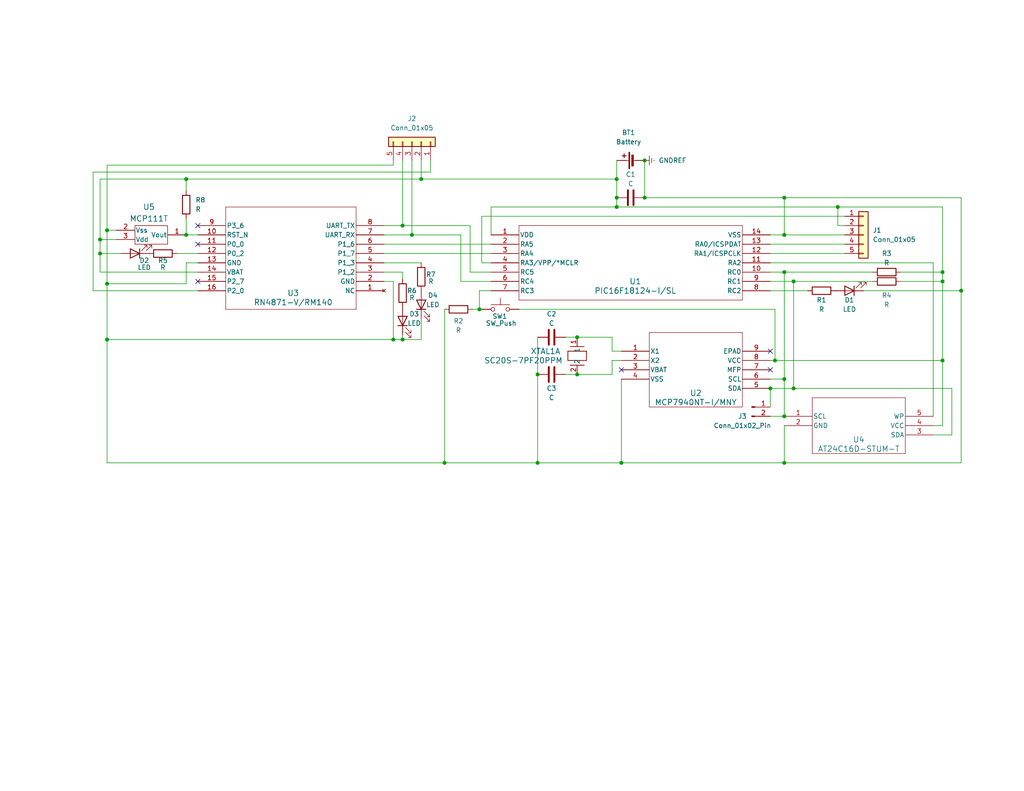
<source format=kicad_sch>
(kicad_sch (version 20230121) (generator eeschema)

  (uuid 950c7b92-d58c-40cd-8ccc-c5303654243b)

  (paper "USLetter")

  (lib_symbols
    (symbol "2023-12-03_04-41-11:PIC16F18124-I_SL" (pin_names (offset 0.254)) (in_bom yes) (on_board yes)
      (property "Reference" "U" (at 38.1 10.16 0)
        (effects (font (size 1.524 1.524)))
      )
      (property "Value" "PIC16F18124-I/SL" (at 38.1 7.62 0)
        (effects (font (size 1.524 1.524)))
      )
      (property "Footprint" "DFN8_MD_MCH" (at 0 0 0)
        (effects (font (size 1.27 1.27) italic) hide)
      )
      (property "Datasheet" "PIC16F18114-I/MD" (at 0 0 0)
        (effects (font (size 1.27 1.27) italic) hide)
      )
      (property "ki_locked" "" (at 0 0 0)
        (effects (font (size 1.27 1.27)))
      )
      (property "ki_keywords" "PIC16F18114-I/MD" (at 0 0 0)
        (effects (font (size 1.27 1.27)) hide)
      )
      (property "ki_fp_filters" "DFN8_MD_MCH DFN8_MD_MCH-M DFN8_MD_MCH-L" (at 0 0 0)
        (effects (font (size 1.27 1.27)) hide)
      )
      (symbol "PIC16F18124-I_SL_0_1"
        (polyline
          (pts
            (xy 7.62 -15.24)
            (xy 68.58 -15.24)
          )
          (stroke (width 0.127) (type default))
          (fill (type none))
        )
        (polyline
          (pts
            (xy 7.62 5.08)
            (xy 7.62 -15.24)
          )
          (stroke (width 0.127) (type default))
          (fill (type none))
        )
        (polyline
          (pts
            (xy 68.58 -15.24)
            (xy 68.58 5.08)
          )
          (stroke (width 0.127) (type default))
          (fill (type none))
        )
        (polyline
          (pts
            (xy 68.58 5.08)
            (xy 7.62 5.08)
          )
          (stroke (width 0.127) (type default))
          (fill (type none))
        )
        (pin power_in line (at 0 2.54 0) (length 7.62)
          (name "VDD" (effects (font (size 1.27 1.27))))
          (number "1" (effects (font (size 1.27 1.27))))
        )
        (pin bidirectional line (at 0 0 0) (length 7.62)
          (name "RA5" (effects (font (size 1.27 1.27))))
          (number "2" (effects (font (size 1.27 1.27))))
        )
        (pin bidirectional line (at 0 -2.54 0) (length 7.62)
          (name "RA4" (effects (font (size 1.27 1.27))))
          (number "3" (effects (font (size 1.27 1.27))))
        )
        (pin bidirectional line (at 0 -5.08 0) (length 7.62)
          (name "RA3/VPP/*MCLR" (effects (font (size 1.27 1.27))))
          (number "4" (effects (font (size 1.27 1.27))))
        )
      )
      (symbol "PIC16F18124-I_SL_1_1"
        (pin bidirectional line (at 76.2 -7.62 180) (length 7.62)
          (name "RC0" (effects (font (size 1.27 1.27))))
          (number "10" (effects (font (size 1.27 1.27))))
        )
        (pin bidirectional line (at 76.2 -5.08 180) (length 7.62)
          (name "RA2" (effects (font (size 1.27 1.27))))
          (number "11" (effects (font (size 1.27 1.27))))
        )
        (pin bidirectional line (at 76.2 -2.54 180) (length 7.62)
          (name "RA1/ICSPCLK" (effects (font (size 1.27 1.27))))
          (number "12" (effects (font (size 1.27 1.27))))
        )
        (pin bidirectional line (at 76.2 0 180) (length 7.62)
          (name "RA0/ICSPDAT" (effects (font (size 1.27 1.27))))
          (number "13" (effects (font (size 1.27 1.27))))
        )
        (pin power_out line (at 76.2 2.54 180) (length 7.62)
          (name "VSS" (effects (font (size 1.27 1.27))))
          (number "14" (effects (font (size 1.27 1.27))))
        )
        (pin bidirectional line (at 0 -7.62 0) (length 7.62)
          (name "RC5" (effects (font (size 1.27 1.27))))
          (number "5" (effects (font (size 1.27 1.27))))
        )
        (pin bidirectional line (at 0 -10.16 0) (length 7.62)
          (name "RC4" (effects (font (size 1.27 1.27))))
          (number "6" (effects (font (size 1.27 1.27))))
        )
        (pin bidirectional line (at 0 -12.7 0) (length 7.62)
          (name "RC3" (effects (font (size 1.27 1.27))))
          (number "7" (effects (font (size 1.27 1.27))))
        )
        (pin bidirectional line (at 76.2 -12.7 180) (length 7.62)
          (name "RC2" (effects (font (size 1.27 1.27))))
          (number "8" (effects (font (size 1.27 1.27))))
        )
        (pin bidirectional line (at 76.2 -10.16 180) (length 7.62)
          (name "RC1" (effects (font (size 1.27 1.27))))
          (number "9" (effects (font (size 1.27 1.27))))
        )
      )
    )
    (symbol "2023-12-03_04-42-19:MCP7940NT-I_MNY" (pin_names (offset 0.254)) (in_bom yes) (on_board yes)
      (property "Reference" "U" (at 20.32 10.16 0)
        (effects (font (size 1.524 1.524)))
      )
      (property "Value" "MCP7940NT-I/MNY" (at 20.32 7.62 0)
        (effects (font (size 1.524 1.524)))
      )
      (property "Footprint" "TDFN8_2x3MC_MCH" (at 0 0 0)
        (effects (font (size 1.27 1.27) italic) hide)
      )
      (property "Datasheet" "MCP7940NT-I/MNY" (at 0 0 0)
        (effects (font (size 1.27 1.27) italic) hide)
      )
      (property "ki_locked" "" (at 0 0 0)
        (effects (font (size 1.27 1.27)))
      )
      (property "ki_keywords" "MCP7940NT-I/MNY" (at 0 0 0)
        (effects (font (size 1.27 1.27)) hide)
      )
      (property "ki_fp_filters" "TDFN8_2x3MC_MCH TDFN8_2x3MC_MCH-M TDFN8_2x3MC_MCH-L" (at 0 0 0)
        (effects (font (size 1.27 1.27)) hide)
      )
      (symbol "MCP7940NT-I_MNY_0_1"
        (polyline
          (pts
            (xy 7.62 -15.24)
            (xy 33.02 -15.24)
          )
          (stroke (width 0.127) (type default))
          (fill (type none))
        )
        (polyline
          (pts
            (xy 7.62 5.08)
            (xy 7.62 -15.24)
          )
          (stroke (width 0.127) (type default))
          (fill (type none))
        )
        (polyline
          (pts
            (xy 33.02 -15.24)
            (xy 33.02 5.08)
          )
          (stroke (width 0.127) (type default))
          (fill (type none))
        )
        (polyline
          (pts
            (xy 33.02 5.08)
            (xy 7.62 5.08)
          )
          (stroke (width 0.127) (type default))
          (fill (type none))
        )
        (pin input line (at 0 0 0) (length 7.62)
          (name "X1" (effects (font (size 1.27 1.27))))
          (number "1" (effects (font (size 1.27 1.27))))
        )
        (pin output line (at 0 -2.54 0) (length 7.62)
          (name "X2" (effects (font (size 1.27 1.27))))
          (number "2" (effects (font (size 1.27 1.27))))
        )
        (pin power_in line (at 0 -5.08 0) (length 7.62)
          (name "VBAT" (effects (font (size 1.27 1.27))))
          (number "3" (effects (font (size 1.27 1.27))))
        )
        (pin power_in line (at 0 -7.62 0) (length 7.62)
          (name "VSS" (effects (font (size 1.27 1.27))))
          (number "4" (effects (font (size 1.27 1.27))))
        )
        (pin bidirectional line (at 40.64 -10.16 180) (length 7.62)
          (name "SDA" (effects (font (size 1.27 1.27))))
          (number "5" (effects (font (size 1.27 1.27))))
        )
        (pin input line (at 40.64 -7.62 180) (length 7.62)
          (name "SCL" (effects (font (size 1.27 1.27))))
          (number "6" (effects (font (size 1.27 1.27))))
        )
        (pin unspecified line (at 40.64 -5.08 180) (length 7.62)
          (name "MFP" (effects (font (size 1.27 1.27))))
          (number "7" (effects (font (size 1.27 1.27))))
        )
        (pin power_in line (at 40.64 -2.54 180) (length 7.62)
          (name "VCC" (effects (font (size 1.27 1.27))))
          (number "8" (effects (font (size 1.27 1.27))))
        )
        (pin unspecified line (at 40.64 0 180) (length 7.62)
          (name "EPAD" (effects (font (size 1.27 1.27))))
          (number "9" (effects (font (size 1.27 1.27))))
        )
      )
    )
    (symbol "2023-12-03_04-43-43:RN4871-V_RM140" (pin_names (offset 0.254)) (in_bom yes) (on_board yes)
      (property "Reference" "U" (at 25.4 10.16 0)
        (effects (font (size 1.524 1.524)))
      )
      (property "Value" "RN4871-V/RM140" (at 25.4 7.62 0)
        (effects (font (size 1.524 1.524)))
      )
      (property "Footprint" "RN4871_MCH" (at 0 0 0)
        (effects (font (size 1.27 1.27) italic) hide)
      )
      (property "Datasheet" "RN4871-V/RM140" (at 0 0 0)
        (effects (font (size 1.27 1.27) italic) hide)
      )
      (property "ki_locked" "" (at 0 0 0)
        (effects (font (size 1.27 1.27)))
      )
      (property "ki_keywords" "RN4871-V/RM140" (at 0 0 0)
        (effects (font (size 1.27 1.27)) hide)
      )
      (property "ki_fp_filters" "RN4871_MCH" (at 0 0 0)
        (effects (font (size 1.27 1.27)) hide)
      )
      (symbol "RN4871-V_RM140_0_1"
        (polyline
          (pts
            (xy 7.62 -22.86)
            (xy 43.18 -22.86)
          )
          (stroke (width 0.127) (type default))
          (fill (type none))
        )
        (polyline
          (pts
            (xy 7.62 5.08)
            (xy 7.62 -22.86)
          )
          (stroke (width 0.127) (type default))
          (fill (type none))
        )
        (polyline
          (pts
            (xy 43.18 -22.86)
            (xy 43.18 5.08)
          )
          (stroke (width 0.127) (type default))
          (fill (type none))
        )
        (polyline
          (pts
            (xy 43.18 5.08)
            (xy 7.62 5.08)
          )
          (stroke (width 0.127) (type default))
          (fill (type none))
        )
        (pin no_connect line (at 0 0 0) (length 7.62)
          (name "NC" (effects (font (size 1.27 1.27))))
          (number "1" (effects (font (size 1.27 1.27))))
        )
        (pin input line (at 50.8 -15.24 180) (length 7.62)
          (name "RST_N" (effects (font (size 1.27 1.27))))
          (number "10" (effects (font (size 1.27 1.27))))
        )
        (pin bidirectional line (at 50.8 -12.7 180) (length 7.62)
          (name "P0_0" (effects (font (size 1.27 1.27))))
          (number "11" (effects (font (size 1.27 1.27))))
        )
        (pin bidirectional line (at 50.8 -10.16 180) (length 7.62)
          (name "P0_2" (effects (font (size 1.27 1.27))))
          (number "12" (effects (font (size 1.27 1.27))))
        )
        (pin power_out line (at 50.8 -7.62 180) (length 7.62)
          (name "GND" (effects (font (size 1.27 1.27))))
          (number "13" (effects (font (size 1.27 1.27))))
        )
        (pin power_in line (at 50.8 -5.08 180) (length 7.62)
          (name "VBAT" (effects (font (size 1.27 1.27))))
          (number "14" (effects (font (size 1.27 1.27))))
        )
        (pin output line (at 50.8 -2.54 180) (length 7.62)
          (name "P2_7" (effects (font (size 1.27 1.27))))
          (number "15" (effects (font (size 1.27 1.27))))
        )
        (pin input line (at 50.8 0 180) (length 7.62)
          (name "P2_0" (effects (font (size 1.27 1.27))))
          (number "16" (effects (font (size 1.27 1.27))))
        )
        (pin power_out line (at 0 -2.54 0) (length 7.62)
          (name "GND" (effects (font (size 1.27 1.27))))
          (number "2" (effects (font (size 1.27 1.27))))
        )
        (pin bidirectional line (at 0 -5.08 0) (length 7.62)
          (name "P1_2" (effects (font (size 1.27 1.27))))
          (number "3" (effects (font (size 1.27 1.27))))
        )
        (pin bidirectional line (at 0 -7.62 0) (length 7.62)
          (name "P1_3" (effects (font (size 1.27 1.27))))
          (number "4" (effects (font (size 1.27 1.27))))
        )
        (pin bidirectional line (at 0 -10.16 0) (length 7.62)
          (name "P1_7" (effects (font (size 1.27 1.27))))
          (number "5" (effects (font (size 1.27 1.27))))
        )
        (pin bidirectional line (at 0 -12.7 0) (length 7.62)
          (name "P1_6" (effects (font (size 1.27 1.27))))
          (number "6" (effects (font (size 1.27 1.27))))
        )
        (pin input line (at 0 -15.24 0) (length 7.62)
          (name "UART_RX" (effects (font (size 1.27 1.27))))
          (number "7" (effects (font (size 1.27 1.27))))
        )
        (pin output line (at 0 -17.78 0) (length 7.62)
          (name "UART_TX" (effects (font (size 1.27 1.27))))
          (number "8" (effects (font (size 1.27 1.27))))
        )
        (pin bidirectional line (at 50.8 -17.78 180) (length 7.62)
          (name "P3_6" (effects (font (size 1.27 1.27))))
          (number "9" (effects (font (size 1.27 1.27))))
        )
      )
    )
    (symbol "2023-12-03_04-44-39:AT24C16D-STUM-T" (pin_names (offset 0.254)) (in_bom yes) (on_board yes)
      (property "Reference" "U" (at 20.32 10.16 0)
        (effects (font (size 1.524 1.524)))
      )
      (property "Value" "AT24C16D-STUM-T" (at 20.32 7.62 0)
        (effects (font (size 1.524 1.524)))
      )
      (property "Footprint" "TSOT5_MC_MCH" (at 0 0 0)
        (effects (font (size 1.27 1.27) italic) hide)
      )
      (property "Datasheet" "AT24C16D-STUM-T" (at 0 0 0)
        (effects (font (size 1.27 1.27) italic) hide)
      )
      (property "ki_locked" "" (at 0 0 0)
        (effects (font (size 1.27 1.27)))
      )
      (property "ki_keywords" "AT24C16D-STUM-T" (at 0 0 0)
        (effects (font (size 1.27 1.27)) hide)
      )
      (property "ki_fp_filters" "TSOT5_MC_MCH TSOT5_MC_MCH-M TSOT5_MC_MCH-L" (at 0 0 0)
        (effects (font (size 1.27 1.27)) hide)
      )
      (symbol "AT24C16D-STUM-T_0_1"
        (polyline
          (pts
            (xy 7.62 -10.16)
            (xy 33.02 -10.16)
          )
          (stroke (width 0.127) (type default))
          (fill (type none))
        )
        (polyline
          (pts
            (xy 7.62 5.08)
            (xy 7.62 -10.16)
          )
          (stroke (width 0.127) (type default))
          (fill (type none))
        )
        (polyline
          (pts
            (xy 33.02 -10.16)
            (xy 33.02 5.08)
          )
          (stroke (width 0.127) (type default))
          (fill (type none))
        )
        (polyline
          (pts
            (xy 33.02 5.08)
            (xy 7.62 5.08)
          )
          (stroke (width 0.127) (type default))
          (fill (type none))
        )
        (pin unspecified line (at 0 0 0) (length 7.62)
          (name "SCL" (effects (font (size 1.27 1.27))))
          (number "1" (effects (font (size 1.27 1.27))))
        )
        (pin power_out line (at 0 -2.54 0) (length 7.62)
          (name "GND" (effects (font (size 1.27 1.27))))
          (number "2" (effects (font (size 1.27 1.27))))
        )
        (pin unspecified line (at 40.64 -5.08 180) (length 7.62)
          (name "SDA" (effects (font (size 1.27 1.27))))
          (number "3" (effects (font (size 1.27 1.27))))
        )
        (pin power_in line (at 40.64 -2.54 180) (length 7.62)
          (name "VCC" (effects (font (size 1.27 1.27))))
          (number "4" (effects (font (size 1.27 1.27))))
        )
        (pin unspecified line (at 40.64 0 180) (length 7.62)
          (name "WP" (effects (font (size 1.27 1.27))))
          (number "5" (effects (font (size 1.27 1.27))))
        )
      )
    )
    (symbol "Connector:Conn_01x02_Pin" (pin_names (offset 1.016) hide) (in_bom yes) (on_board yes)
      (property "Reference" "J" (at 0 2.54 0)
        (effects (font (size 1.27 1.27)))
      )
      (property "Value" "Conn_01x02_Pin" (at 0 -5.08 0)
        (effects (font (size 1.27 1.27)))
      )
      (property "Footprint" "" (at 0 0 0)
        (effects (font (size 1.27 1.27)) hide)
      )
      (property "Datasheet" "~" (at 0 0 0)
        (effects (font (size 1.27 1.27)) hide)
      )
      (property "ki_locked" "" (at 0 0 0)
        (effects (font (size 1.27 1.27)))
      )
      (property "ki_keywords" "connector" (at 0 0 0)
        (effects (font (size 1.27 1.27)) hide)
      )
      (property "ki_description" "Generic connector, single row, 01x02, script generated" (at 0 0 0)
        (effects (font (size 1.27 1.27)) hide)
      )
      (property "ki_fp_filters" "Connector*:*_1x??_*" (at 0 0 0)
        (effects (font (size 1.27 1.27)) hide)
      )
      (symbol "Conn_01x02_Pin_1_1"
        (polyline
          (pts
            (xy 1.27 -2.54)
            (xy 0.8636 -2.54)
          )
          (stroke (width 0.1524) (type default))
          (fill (type none))
        )
        (polyline
          (pts
            (xy 1.27 0)
            (xy 0.8636 0)
          )
          (stroke (width 0.1524) (type default))
          (fill (type none))
        )
        (rectangle (start 0.8636 -2.413) (end 0 -2.667)
          (stroke (width 0.1524) (type default))
          (fill (type outline))
        )
        (rectangle (start 0.8636 0.127) (end 0 -0.127)
          (stroke (width 0.1524) (type default))
          (fill (type outline))
        )
        (pin passive line (at 5.08 0 180) (length 3.81)
          (name "Pin_1" (effects (font (size 1.27 1.27))))
          (number "1" (effects (font (size 1.27 1.27))))
        )
        (pin passive line (at 5.08 -2.54 180) (length 3.81)
          (name "Pin_2" (effects (font (size 1.27 1.27))))
          (number "2" (effects (font (size 1.27 1.27))))
        )
      )
    )
    (symbol "Connector_Generic:Conn_01x05" (pin_names (offset 1.016) hide) (in_bom yes) (on_board yes)
      (property "Reference" "J" (at 0 7.62 0)
        (effects (font (size 1.27 1.27)))
      )
      (property "Value" "Conn_01x05" (at 0 -7.62 0)
        (effects (font (size 1.27 1.27)))
      )
      (property "Footprint" "" (at 0 0 0)
        (effects (font (size 1.27 1.27)) hide)
      )
      (property "Datasheet" "~" (at 0 0 0)
        (effects (font (size 1.27 1.27)) hide)
      )
      (property "ki_keywords" "connector" (at 0 0 0)
        (effects (font (size 1.27 1.27)) hide)
      )
      (property "ki_description" "Generic connector, single row, 01x05, script generated (kicad-library-utils/schlib/autogen/connector/)" (at 0 0 0)
        (effects (font (size 1.27 1.27)) hide)
      )
      (property "ki_fp_filters" "Connector*:*_1x??_*" (at 0 0 0)
        (effects (font (size 1.27 1.27)) hide)
      )
      (symbol "Conn_01x05_1_1"
        (rectangle (start -1.27 -4.953) (end 0 -5.207)
          (stroke (width 0.1524) (type default))
          (fill (type none))
        )
        (rectangle (start -1.27 -2.413) (end 0 -2.667)
          (stroke (width 0.1524) (type default))
          (fill (type none))
        )
        (rectangle (start -1.27 0.127) (end 0 -0.127)
          (stroke (width 0.1524) (type default))
          (fill (type none))
        )
        (rectangle (start -1.27 2.667) (end 0 2.413)
          (stroke (width 0.1524) (type default))
          (fill (type none))
        )
        (rectangle (start -1.27 5.207) (end 0 4.953)
          (stroke (width 0.1524) (type default))
          (fill (type none))
        )
        (rectangle (start -1.27 6.35) (end 1.27 -6.35)
          (stroke (width 0.254) (type default))
          (fill (type background))
        )
        (pin passive line (at -5.08 5.08 0) (length 3.81)
          (name "Pin_1" (effects (font (size 1.27 1.27))))
          (number "1" (effects (font (size 1.27 1.27))))
        )
        (pin passive line (at -5.08 2.54 0) (length 3.81)
          (name "Pin_2" (effects (font (size 1.27 1.27))))
          (number "2" (effects (font (size 1.27 1.27))))
        )
        (pin passive line (at -5.08 0 0) (length 3.81)
          (name "Pin_3" (effects (font (size 1.27 1.27))))
          (number "3" (effects (font (size 1.27 1.27))))
        )
        (pin passive line (at -5.08 -2.54 0) (length 3.81)
          (name "Pin_4" (effects (font (size 1.27 1.27))))
          (number "4" (effects (font (size 1.27 1.27))))
        )
        (pin passive line (at -5.08 -5.08 0) (length 3.81)
          (name "Pin_5" (effects (font (size 1.27 1.27))))
          (number "5" (effects (font (size 1.27 1.27))))
        )
      )
    )
    (symbol "CustomCrystal:SC20S-7PF20PPM" (pin_names (offset 0.254)) (in_bom yes) (on_board yes)
      (property "Reference" "XTAL" (at 5.08 4.445 0)
        (effects (font (size 1.524 1.524)))
      )
      (property "Value" "SC20S-7PF20PPM" (at 5.08 -4.445 0)
        (effects (font (size 1.524 1.524)))
      )
      (property "Footprint" "XTAL_SC-20S_EPS" (at 0 0 0)
        (effects (font (size 1.27 1.27) italic) hide)
      )
      (property "Datasheet" "SC20S-7PF20PPM" (at 0 0 0)
        (effects (font (size 1.27 1.27) italic) hide)
      )
      (property "ki_locked" "" (at 0 0 0)
        (effects (font (size 1.27 1.27)))
      )
      (property "ki_keywords" "SC20S-7PF20PPM" (at 0 0 0)
        (effects (font (size 1.27 1.27)) hide)
      )
      (property "ki_fp_filters" "XTAL_SC-20S_EPS" (at 0 0 0)
        (effects (font (size 1.27 1.27)) hide)
      )
      (symbol "SC20S-7PF20PPM_1_1"
        (polyline
          (pts
            (xy 2.54 -1.905)
            (xy 2.54 1.905)
          )
          (stroke (width 0.2032) (type default))
          (fill (type none))
        )
        (polyline
          (pts
            (xy 3.81 -2.54)
            (xy 3.81 2.54)
          )
          (stroke (width 0.2032) (type default))
          (fill (type none))
        )
        (polyline
          (pts
            (xy 3.81 2.54)
            (xy 6.35 2.54)
          )
          (stroke (width 0.2032) (type default))
          (fill (type none))
        )
        (polyline
          (pts
            (xy 6.35 -2.54)
            (xy 3.81 -2.54)
          )
          (stroke (width 0.2032) (type default))
          (fill (type none))
        )
        (polyline
          (pts
            (xy 6.35 2.54)
            (xy 6.35 -2.54)
          )
          (stroke (width 0.2032) (type default))
          (fill (type none))
        )
        (polyline
          (pts
            (xy 7.62 -1.905)
            (xy 7.62 1.905)
          )
          (stroke (width 0.2032) (type default))
          (fill (type none))
        )
        (pin unspecified line (at 0 0 0) (length 2.54)
          (name "1" (effects (font (size 1.27 1.27))))
          (number "1" (effects (font (size 1.27 1.27))))
        )
        (pin unspecified line (at 10.16 0 180) (length 2.54)
          (name "2" (effects (font (size 1.27 1.27))))
          (number "2" (effects (font (size 1.27 1.27))))
        )
      )
      (symbol "SC20S-7PF20PPM_1_2"
        (polyline
          (pts
            (xy -2.54 3.81)
            (xy -2.54 6.35)
          )
          (stroke (width 0.2032) (type default))
          (fill (type none))
        )
        (polyline
          (pts
            (xy -2.54 6.35)
            (xy 2.54 6.35)
          )
          (stroke (width 0.2032) (type default))
          (fill (type none))
        )
        (polyline
          (pts
            (xy 1.905 2.54)
            (xy -1.905 2.54)
          )
          (stroke (width 0.2032) (type default))
          (fill (type none))
        )
        (polyline
          (pts
            (xy 1.905 7.62)
            (xy -1.905 7.62)
          )
          (stroke (width 0.2032) (type default))
          (fill (type none))
        )
        (polyline
          (pts
            (xy 2.54 3.81)
            (xy -2.54 3.81)
          )
          (stroke (width 0.2032) (type default))
          (fill (type none))
        )
        (polyline
          (pts
            (xy 2.54 6.35)
            (xy 2.54 3.81)
          )
          (stroke (width 0.2032) (type default))
          (fill (type none))
        )
        (pin unspecified line (at 0 0 90) (length 2.54)
          (name "1" (effects (font (size 1.27 1.27))))
          (number "1" (effects (font (size 1.27 1.27))))
        )
        (pin unspecified line (at 0 10.16 270) (length 2.54)
          (name "2" (effects (font (size 1.27 1.27))))
          (number "2" (effects (font (size 1.27 1.27))))
        )
      )
      (symbol "SC20S-7PF20PPM_2_1"
        (polyline
          (pts
            (xy -2.54 3.81)
            (xy -2.54 6.35)
          )
          (stroke (width 0.2032) (type default))
          (fill (type none))
        )
        (polyline
          (pts
            (xy -2.54 6.35)
            (xy 2.54 6.35)
          )
          (stroke (width 0.2032) (type default))
          (fill (type none))
        )
        (polyline
          (pts
            (xy 1.905 2.54)
            (xy -1.905 2.54)
          )
          (stroke (width 0.2032) (type default))
          (fill (type none))
        )
        (polyline
          (pts
            (xy 1.905 7.62)
            (xy -1.905 7.62)
          )
          (stroke (width 0.2032) (type default))
          (fill (type none))
        )
        (polyline
          (pts
            (xy 2.54 3.81)
            (xy -2.54 3.81)
          )
          (stroke (width 0.2032) (type default))
          (fill (type none))
        )
        (polyline
          (pts
            (xy 2.54 6.35)
            (xy 2.54 3.81)
          )
          (stroke (width 0.2032) (type default))
          (fill (type none))
        )
      )
      (symbol "SC20S-7PF20PPM_2_2"
        (polyline
          (pts
            (xy -2.54 3.81)
            (xy -2.54 6.35)
          )
          (stroke (width 0.2032) (type default))
          (fill (type none))
        )
        (polyline
          (pts
            (xy -2.54 6.35)
            (xy 2.54 6.35)
          )
          (stroke (width 0.2032) (type default))
          (fill (type none))
        )
        (polyline
          (pts
            (xy 1.905 2.54)
            (xy -1.905 2.54)
          )
          (stroke (width 0.2032) (type default))
          (fill (type none))
        )
        (polyline
          (pts
            (xy 1.905 7.62)
            (xy -1.905 7.62)
          )
          (stroke (width 0.2032) (type default))
          (fill (type none))
        )
        (polyline
          (pts
            (xy 2.54 3.81)
            (xy -2.54 3.81)
          )
          (stroke (width 0.2032) (type default))
          (fill (type none))
        )
        (polyline
          (pts
            (xy 2.54 6.35)
            (xy 2.54 3.81)
          )
          (stroke (width 0.2032) (type default))
          (fill (type none))
        )
      )
    )
    (symbol "Device:Battery_Cell" (pin_numbers hide) (pin_names (offset 0) hide) (in_bom yes) (on_board yes)
      (property "Reference" "BT" (at 2.54 2.54 0)
        (effects (font (size 1.27 1.27)) (justify left))
      )
      (property "Value" "Battery_Cell" (at 2.54 0 0)
        (effects (font (size 1.27 1.27)) (justify left))
      )
      (property "Footprint" "" (at 0 1.524 90)
        (effects (font (size 1.27 1.27)) hide)
      )
      (property "Datasheet" "~" (at 0 1.524 90)
        (effects (font (size 1.27 1.27)) hide)
      )
      (property "ki_keywords" "battery cell" (at 0 0 0)
        (effects (font (size 1.27 1.27)) hide)
      )
      (property "ki_description" "Single-cell battery" (at 0 0 0)
        (effects (font (size 1.27 1.27)) hide)
      )
      (symbol "Battery_Cell_0_1"
        (rectangle (start -2.286 1.778) (end 2.286 1.524)
          (stroke (width 0) (type default))
          (fill (type outline))
        )
        (rectangle (start -1.524 1.016) (end 1.524 0.508)
          (stroke (width 0) (type default))
          (fill (type outline))
        )
        (polyline
          (pts
            (xy 0 0.762)
            (xy 0 0)
          )
          (stroke (width 0) (type default))
          (fill (type none))
        )
        (polyline
          (pts
            (xy 0 1.778)
            (xy 0 2.54)
          )
          (stroke (width 0) (type default))
          (fill (type none))
        )
        (polyline
          (pts
            (xy 0.762 3.048)
            (xy 1.778 3.048)
          )
          (stroke (width 0.254) (type default))
          (fill (type none))
        )
        (polyline
          (pts
            (xy 1.27 3.556)
            (xy 1.27 2.54)
          )
          (stroke (width 0.254) (type default))
          (fill (type none))
        )
      )
      (symbol "Battery_Cell_1_1"
        (pin passive line (at 0 5.08 270) (length 2.54)
          (name "+" (effects (font (size 1.27 1.27))))
          (number "1" (effects (font (size 1.27 1.27))))
        )
        (pin passive line (at 0 -2.54 90) (length 2.54)
          (name "-" (effects (font (size 1.27 1.27))))
          (number "2" (effects (font (size 1.27 1.27))))
        )
      )
    )
    (symbol "Device:C" (pin_numbers hide) (pin_names (offset 0.254)) (in_bom yes) (on_board yes)
      (property "Reference" "C" (at 0.635 2.54 0)
        (effects (font (size 1.27 1.27)) (justify left))
      )
      (property "Value" "C" (at 0.635 -2.54 0)
        (effects (font (size 1.27 1.27)) (justify left))
      )
      (property "Footprint" "" (at 0.9652 -3.81 0)
        (effects (font (size 1.27 1.27)) hide)
      )
      (property "Datasheet" "~" (at 0 0 0)
        (effects (font (size 1.27 1.27)) hide)
      )
      (property "ki_keywords" "cap capacitor" (at 0 0 0)
        (effects (font (size 1.27 1.27)) hide)
      )
      (property "ki_description" "Unpolarized capacitor" (at 0 0 0)
        (effects (font (size 1.27 1.27)) hide)
      )
      (property "ki_fp_filters" "C_*" (at 0 0 0)
        (effects (font (size 1.27 1.27)) hide)
      )
      (symbol "C_0_1"
        (polyline
          (pts
            (xy -2.032 -0.762)
            (xy 2.032 -0.762)
          )
          (stroke (width 0.508) (type default))
          (fill (type none))
        )
        (polyline
          (pts
            (xy -2.032 0.762)
            (xy 2.032 0.762)
          )
          (stroke (width 0.508) (type default))
          (fill (type none))
        )
      )
      (symbol "C_1_1"
        (pin passive line (at 0 3.81 270) (length 2.794)
          (name "~" (effects (font (size 1.27 1.27))))
          (number "1" (effects (font (size 1.27 1.27))))
        )
        (pin passive line (at 0 -3.81 90) (length 2.794)
          (name "~" (effects (font (size 1.27 1.27))))
          (number "2" (effects (font (size 1.27 1.27))))
        )
      )
    )
    (symbol "Device:LED" (pin_numbers hide) (pin_names (offset 1.016) hide) (in_bom yes) (on_board yes)
      (property "Reference" "D" (at 0 2.54 0)
        (effects (font (size 1.27 1.27)))
      )
      (property "Value" "LED" (at 0 -2.54 0)
        (effects (font (size 1.27 1.27)))
      )
      (property "Footprint" "" (at 0 0 0)
        (effects (font (size 1.27 1.27)) hide)
      )
      (property "Datasheet" "~" (at 0 0 0)
        (effects (font (size 1.27 1.27)) hide)
      )
      (property "ki_keywords" "LED diode" (at 0 0 0)
        (effects (font (size 1.27 1.27)) hide)
      )
      (property "ki_description" "Light emitting diode" (at 0 0 0)
        (effects (font (size 1.27 1.27)) hide)
      )
      (property "ki_fp_filters" "LED* LED_SMD:* LED_THT:*" (at 0 0 0)
        (effects (font (size 1.27 1.27)) hide)
      )
      (symbol "LED_0_1"
        (polyline
          (pts
            (xy -1.27 -1.27)
            (xy -1.27 1.27)
          )
          (stroke (width 0.254) (type default))
          (fill (type none))
        )
        (polyline
          (pts
            (xy -1.27 0)
            (xy 1.27 0)
          )
          (stroke (width 0) (type default))
          (fill (type none))
        )
        (polyline
          (pts
            (xy 1.27 -1.27)
            (xy 1.27 1.27)
            (xy -1.27 0)
            (xy 1.27 -1.27)
          )
          (stroke (width 0.254) (type default))
          (fill (type none))
        )
        (polyline
          (pts
            (xy -3.048 -0.762)
            (xy -4.572 -2.286)
            (xy -3.81 -2.286)
            (xy -4.572 -2.286)
            (xy -4.572 -1.524)
          )
          (stroke (width 0) (type default))
          (fill (type none))
        )
        (polyline
          (pts
            (xy -1.778 -0.762)
            (xy -3.302 -2.286)
            (xy -2.54 -2.286)
            (xy -3.302 -2.286)
            (xy -3.302 -1.524)
          )
          (stroke (width 0) (type default))
          (fill (type none))
        )
      )
      (symbol "LED_1_1"
        (pin passive line (at -3.81 0 0) (length 2.54)
          (name "K" (effects (font (size 1.27 1.27))))
          (number "1" (effects (font (size 1.27 1.27))))
        )
        (pin passive line (at 3.81 0 180) (length 2.54)
          (name "A" (effects (font (size 1.27 1.27))))
          (number "2" (effects (font (size 1.27 1.27))))
        )
      )
    )
    (symbol "Device:R" (pin_numbers hide) (pin_names (offset 0)) (in_bom yes) (on_board yes)
      (property "Reference" "R" (at 2.032 0 90)
        (effects (font (size 1.27 1.27)))
      )
      (property "Value" "R" (at 0 0 90)
        (effects (font (size 1.27 1.27)))
      )
      (property "Footprint" "" (at -1.778 0 90)
        (effects (font (size 1.27 1.27)) hide)
      )
      (property "Datasheet" "~" (at 0 0 0)
        (effects (font (size 1.27 1.27)) hide)
      )
      (property "ki_keywords" "R res resistor" (at 0 0 0)
        (effects (font (size 1.27 1.27)) hide)
      )
      (property "ki_description" "Resistor" (at 0 0 0)
        (effects (font (size 1.27 1.27)) hide)
      )
      (property "ki_fp_filters" "R_*" (at 0 0 0)
        (effects (font (size 1.27 1.27)) hide)
      )
      (symbol "R_0_1"
        (rectangle (start -1.016 -2.54) (end 1.016 2.54)
          (stroke (width 0.254) (type default))
          (fill (type none))
        )
      )
      (symbol "R_1_1"
        (pin passive line (at 0 3.81 270) (length 1.27)
          (name "~" (effects (font (size 1.27 1.27))))
          (number "1" (effects (font (size 1.27 1.27))))
        )
        (pin passive line (at 0 -3.81 90) (length 1.27)
          (name "~" (effects (font (size 1.27 1.27))))
          (number "2" (effects (font (size 1.27 1.27))))
        )
      )
    )
    (symbol "Supervisor:MCP111T-270E_LB" (pin_names (offset 0.254)) (in_bom yes) (on_board yes)
      (property "Reference" "U" (at 10.16 7.62 0)
        (effects (font (size 1.524 1.524)))
      )
      (property "Value" "MCP111T-270E/LB" (at 10.16 5.08 0)
        (effects (font (size 1.524 1.524)))
      )
      (property "Footprint" "SC70-3_MC_MCH" (at 10.16 -3.81 0)
        (effects (font (size 1.27 1.27) italic) hide)
      )
      (property "Datasheet" "MCP111T-270E/LB" (at 10.16 -6.35 0)
        (effects (font (size 1.27 1.27) italic) hide)
      )
      (property "ki_locked" "" (at 0 0 0)
        (effects (font (size 1.27 1.27)))
      )
      (property "ki_keywords" "MCP111T-270E/LB" (at 0 0 0)
        (effects (font (size 1.27 1.27)) hide)
      )
      (property "ki_fp_filters" "SC70-3_MC_MCH SC70-3_MC_MCH-M SC70-3_MC_MCH-L" (at 0 0 0)
        (effects (font (size 1.27 1.27)) hide)
      )
      (symbol "MCP111T-270E_LB_1_1"
        (rectangle (start 5.08 2.54) (end 13.97 -2.54)
          (stroke (width 0) (type default))
          (fill (type none))
        )
        (pin unspecified line (at 0 0 0) (length 5)
          (name "Vout" (effects (font (size 1.27 1.27))))
          (number "1" (effects (font (size 1.27 1.27))))
        )
        (pin unspecified line (at 19.05 1.27 180) (length 5)
          (name "Vss" (effects (font (size 1.27 1.27))))
          (number "2" (effects (font (size 1.27 1.27))))
        )
        (pin unspecified line (at 19.05 -1.27 180) (length 5)
          (name "Vdd" (effects (font (size 1.27 1.27))))
          (number "3" (effects (font (size 1.27 1.27))))
        )
      )
    )
    (symbol "Switch:SW_Push" (pin_numbers hide) (pin_names (offset 1.016) hide) (in_bom yes) (on_board yes)
      (property "Reference" "SW" (at 1.27 2.54 0)
        (effects (font (size 1.27 1.27)) (justify left))
      )
      (property "Value" "SW_Push" (at 0 -1.524 0)
        (effects (font (size 1.27 1.27)))
      )
      (property "Footprint" "" (at 0 5.08 0)
        (effects (font (size 1.27 1.27)) hide)
      )
      (property "Datasheet" "~" (at 0 5.08 0)
        (effects (font (size 1.27 1.27)) hide)
      )
      (property "ki_keywords" "switch normally-open pushbutton push-button" (at 0 0 0)
        (effects (font (size 1.27 1.27)) hide)
      )
      (property "ki_description" "Push button switch, generic, two pins" (at 0 0 0)
        (effects (font (size 1.27 1.27)) hide)
      )
      (symbol "SW_Push_0_1"
        (circle (center -2.032 0) (radius 0.508)
          (stroke (width 0) (type default))
          (fill (type none))
        )
        (polyline
          (pts
            (xy 0 1.27)
            (xy 0 3.048)
          )
          (stroke (width 0) (type default))
          (fill (type none))
        )
        (polyline
          (pts
            (xy 2.54 1.27)
            (xy -2.54 1.27)
          )
          (stroke (width 0) (type default))
          (fill (type none))
        )
        (circle (center 2.032 0) (radius 0.508)
          (stroke (width 0) (type default))
          (fill (type none))
        )
        (pin passive line (at -5.08 0 0) (length 2.54)
          (name "1" (effects (font (size 1.27 1.27))))
          (number "1" (effects (font (size 1.27 1.27))))
        )
        (pin passive line (at 5.08 0 180) (length 2.54)
          (name "2" (effects (font (size 1.27 1.27))))
          (number "2" (effects (font (size 1.27 1.27))))
        )
      )
    )
    (symbol "power:GNDREF" (power) (pin_names (offset 0)) (in_bom yes) (on_board yes)
      (property "Reference" "#PWR" (at 0 -6.35 0)
        (effects (font (size 1.27 1.27)) hide)
      )
      (property "Value" "GNDREF" (at 0 -3.81 0)
        (effects (font (size 1.27 1.27)))
      )
      (property "Footprint" "" (at 0 0 0)
        (effects (font (size 1.27 1.27)) hide)
      )
      (property "Datasheet" "" (at 0 0 0)
        (effects (font (size 1.27 1.27)) hide)
      )
      (property "ki_keywords" "global power" (at 0 0 0)
        (effects (font (size 1.27 1.27)) hide)
      )
      (property "ki_description" "Power symbol creates a global label with name \"GNDREF\" , reference supply ground" (at 0 0 0)
        (effects (font (size 1.27 1.27)) hide)
      )
      (symbol "GNDREF_0_1"
        (polyline
          (pts
            (xy -0.635 -1.905)
            (xy 0.635 -1.905)
          )
          (stroke (width 0) (type default))
          (fill (type none))
        )
        (polyline
          (pts
            (xy -0.127 -2.54)
            (xy 0.127 -2.54)
          )
          (stroke (width 0) (type default))
          (fill (type none))
        )
        (polyline
          (pts
            (xy 0 -1.27)
            (xy 0 0)
          )
          (stroke (width 0) (type default))
          (fill (type none))
        )
        (polyline
          (pts
            (xy 1.27 -1.27)
            (xy -1.27 -1.27)
          )
          (stroke (width 0) (type default))
          (fill (type none))
        )
      )
      (symbol "GNDREF_1_1"
        (pin power_in line (at 0 0 270) (length 0) hide
          (name "GNDREF" (effects (font (size 1.27 1.27))))
          (number "1" (effects (font (size 1.27 1.27))))
        )
      )
    )
  )

  (junction (at 146.685 126.365) (diameter 0) (color 0 0 0 0)
    (uuid 02392510-ec6a-465e-9842-ee44622469f9)
  )
  (junction (at 168.275 48.895) (diameter 0) (color 0 0 0 0)
    (uuid 084ce9e4-636f-4630-a954-d09f5e1cc5c2)
  )
  (junction (at 114.935 48.895) (diameter 0) (color 0 0 0 0)
    (uuid 1b9355e0-4df7-481b-88e3-1042c7c77e75)
  )
  (junction (at 257.175 76.835) (diameter 0) (color 0 0 0 0)
    (uuid 26b66c7b-ce7c-4c85-98ae-0303c661a162)
  )
  (junction (at 27.305 69.215) (diameter 0) (color 0 0 0 0)
    (uuid 277e08eb-ea62-4abb-8d0f-2e0592932815)
  )
  (junction (at 29.21 92.71) (diameter 0) (color 0 0 0 0)
    (uuid 291f53eb-ea6d-441c-b9c5-2e5e2c8527f4)
  )
  (junction (at 213.995 103.505) (diameter 0) (color 0 0 0 0)
    (uuid 29aac449-1fc5-4410-a923-4c9dc12d7ce7)
  )
  (junction (at 109.855 92.71) (diameter 0) (color 0 0 0 0)
    (uuid 3245a6ff-6571-441f-b16a-ef1649fac282)
  )
  (junction (at 228.6 56.515) (diameter 0) (color 0 0 0 0)
    (uuid 35434cd7-4306-4ca8-af73-ceccf34817c9)
  )
  (junction (at 50.8 48.895) (diameter 0) (color 0 0 0 0)
    (uuid 3644115f-ef0f-4251-a7bf-42a1c7458559)
  )
  (junction (at 213.995 74.295) (diameter 0) (color 0 0 0 0)
    (uuid 3abc0c0a-3927-44a7-8b8d-f6a1461f6fa5)
  )
  (junction (at 210.185 106.045) (diameter 0) (color 0 0 0 0)
    (uuid 3dd367f2-cf95-4b75-85b7-0adef9bd69f1)
  )
  (junction (at 146.685 102.235) (diameter 0) (color 0 0 0 0)
    (uuid 3e79de78-5f81-4793-84a0-f41f07ec1719)
  )
  (junction (at 130.81 84.455) (diameter 0) (color 0 0 0 0)
    (uuid 3f1f1e82-c772-49b8-beb3-da6686a713c1)
  )
  (junction (at 257.175 74.295) (diameter 0) (color 0 0 0 0)
    (uuid 48879c33-b292-4a0c-b405-2aadbe7a39e4)
  )
  (junction (at 29.21 77.47) (diameter 0) (color 0 0 0 0)
    (uuid 492625f4-17d6-4e49-a611-e2cc8b003d49)
  )
  (junction (at 175.895 43.815) (diameter 0) (color 0 0 0 0)
    (uuid 4dce4be0-5b06-4a47-bbbe-fa17c8269049)
  )
  (junction (at 211.455 98.425) (diameter 0) (color 0 0 0 0)
    (uuid 5f1c2e97-9276-4e89-a160-e63d71e91292)
  )
  (junction (at 109.855 61.595) (diameter 0) (color 0 0 0 0)
    (uuid 6028c6c1-9ade-450d-83d3-b12636b5fe8b)
  )
  (junction (at 112.395 64.135) (diameter 0) (color 0 0 0 0)
    (uuid 678465ae-3994-420c-b700-1827029e3a60)
  )
  (junction (at 27.305 65.405) (diameter 0) (color 0 0 0 0)
    (uuid 69c3ae1c-cd57-4722-acd0-7ddba9119b41)
  )
  (junction (at 216.535 106.045) (diameter 0) (color 0 0 0 0)
    (uuid 7a08b6fb-23b4-4615-a657-94e2680a23df)
  )
  (junction (at 213.995 113.665) (diameter 0) (color 0 0 0 0)
    (uuid 7aa0da69-c390-41b3-8dbf-f8733080fa1a)
  )
  (junction (at 257.175 98.425) (diameter 0) (color 0 0 0 0)
    (uuid 7f202e91-5ed5-47e1-a643-554688a20fbe)
  )
  (junction (at 157.48 102.235) (diameter 0) (color 0 0 0 0)
    (uuid 7febead0-0f89-4ece-9ae1-ab7bf76656f0)
  )
  (junction (at 107.315 92.71) (diameter 0) (color 0 0 0 0)
    (uuid 852fcb0e-6c3e-4db0-8a28-824bacd05fa3)
  )
  (junction (at 157.48 92.075) (diameter 0) (color 0 0 0 0)
    (uuid 8d2561bc-ea5f-435c-8272-4f11353470ff)
  )
  (junction (at 168.275 56.515) (diameter 0) (color 0 0 0 0)
    (uuid 97aecad8-8960-424c-a436-cc24b7b91be2)
  )
  (junction (at 262.255 79.375) (diameter 0) (color 0 0 0 0)
    (uuid a1fa6d32-d992-4bd5-86b2-668833b865c1)
  )
  (junction (at 29.21 62.865) (diameter 0) (color 0 0 0 0)
    (uuid b568e563-95c4-4fc2-9811-5249c0e24755)
  )
  (junction (at 50.8 64.135) (diameter 0) (color 0 0 0 0)
    (uuid bb8acc5e-858e-4191-9c16-61e25a2c2161)
  )
  (junction (at 213.995 53.975) (diameter 0) (color 0 0 0 0)
    (uuid c0138d24-19ff-4d0a-8541-3cd06ad50050)
  )
  (junction (at 175.895 53.975) (diameter 0) (color 0 0 0 0)
    (uuid c0fda1e2-9b2b-43bc-8f60-936fdc49192a)
  )
  (junction (at 213.995 64.135) (diameter 0) (color 0 0 0 0)
    (uuid c38efd32-a736-4684-80ad-943df407dcb6)
  )
  (junction (at 121.285 126.365) (diameter 0) (color 0 0 0 0)
    (uuid c42531db-29a9-4a82-8e77-7ac095aa35af)
  )
  (junction (at 169.545 126.365) (diameter 0) (color 0 0 0 0)
    (uuid d2ae13f9-e646-4921-89dc-3d9ea2e0e9fe)
  )
  (junction (at 168.275 53.975) (diameter 0) (color 0 0 0 0)
    (uuid e23d3f34-f0e8-40d6-af2e-f8ef835a7049)
  )
  (junction (at 213.995 126.365) (diameter 0) (color 0 0 0 0)
    (uuid e748b119-3e4d-4c0c-a96d-77c49b96cd52)
  )
  (junction (at 216.535 76.835) (diameter 0) (color 0 0 0 0)
    (uuid eb5212bf-4420-4d80-8b3a-cfba97bd67e3)
  )

  (no_connect (at 53.975 66.675) (uuid 554cffe8-b6a8-4cf7-9fee-5619245a2bd2))
  (no_connect (at 53.975 61.595) (uuid 6ca54c78-8262-4400-badc-c43f1ad62825))
  (no_connect (at 169.545 100.965) (uuid 8ac707b1-4a37-429d-b74d-919a44498f62))
  (no_connect (at 210.185 95.885) (uuid a5be0e44-b32b-41d4-99a1-ea9eee701dbc))
  (no_connect (at 53.975 76.835) (uuid cce3bcca-2bba-4572-89d2-858f18ba3525))
  (no_connect (at 210.185 100.965) (uuid d8cf3b4f-6a1e-4bd3-aa12-c37ca2503897))

  (wire (pts (xy 114.935 43.815) (xy 114.935 48.895))
    (stroke (width 0) (type default))
    (uuid 00995d7c-4bb6-4654-a252-75780f9b963e)
  )
  (wire (pts (xy 117.475 43.815) (xy 117.475 46.99))
    (stroke (width 0) (type default))
    (uuid 01bd1a21-d476-4e7d-b5b6-2ce9b5f474fc)
  )
  (wire (pts (xy 216.535 76.835) (xy 210.185 76.835))
    (stroke (width 0) (type default))
    (uuid 02237983-7b5b-4c59-835c-b6f76ea57e92)
  )
  (wire (pts (xy 245.745 76.835) (xy 257.175 76.835))
    (stroke (width 0) (type default))
    (uuid 04bde115-c53e-4a0a-bb8a-618c2bbe2337)
  )
  (wire (pts (xy 29.21 92.71) (xy 29.21 126.365))
    (stroke (width 0) (type default))
    (uuid 0a75f7a9-44d8-4b6a-996d-aa3cb12d75fa)
  )
  (wire (pts (xy 50.8 64.135) (xy 53.975 64.135))
    (stroke (width 0) (type default))
    (uuid 0e36e8b6-c064-467c-a916-eeb23b2da124)
  )
  (wire (pts (xy 27.305 48.895) (xy 50.8 48.895))
    (stroke (width 0) (type default))
    (uuid 130a949e-4195-48c3-a6b0-f9fbdb8cd58f)
  )
  (wire (pts (xy 131.445 59.055) (xy 131.445 71.755))
    (stroke (width 0) (type default))
    (uuid 140d689d-cc9f-4276-94e8-895aa26af3df)
  )
  (wire (pts (xy 154.305 92.075) (xy 157.48 92.075))
    (stroke (width 0) (type default))
    (uuid 17813319-41a8-4652-87d2-6562792db2ef)
  )
  (wire (pts (xy 262.255 53.975) (xy 213.995 53.975))
    (stroke (width 0) (type default))
    (uuid 1db1e38e-4c18-4804-931a-593693a9c35c)
  )
  (wire (pts (xy 259.715 118.745) (xy 254.635 118.745))
    (stroke (width 0) (type default))
    (uuid 1e9df52a-b370-44f7-a130-5759dd264fc0)
  )
  (wire (pts (xy 228.6 61.595) (xy 228.6 56.515))
    (stroke (width 0) (type default))
    (uuid 2e1a2715-9469-48d3-b18f-dcbe5c45f2c6)
  )
  (wire (pts (xy 168.275 48.895) (xy 168.275 53.975))
    (stroke (width 0) (type default))
    (uuid 2eb1c74f-2532-43ed-8535-2a563730fe28)
  )
  (wire (pts (xy 210.185 64.135) (xy 213.995 64.135))
    (stroke (width 0) (type default))
    (uuid 2ed73ea2-61d9-4d3e-9c8b-a6974ed3a924)
  )
  (wire (pts (xy 133.985 71.755) (xy 131.445 71.755))
    (stroke (width 0) (type default))
    (uuid 30986219-5650-4b03-9ae3-963e73136a66)
  )
  (wire (pts (xy 262.255 79.375) (xy 262.255 53.975))
    (stroke (width 0) (type default))
    (uuid 3452742b-2581-4e12-9484-df89beca60ac)
  )
  (wire (pts (xy 257.175 74.295) (xy 257.175 56.515))
    (stroke (width 0) (type default))
    (uuid 36288cd1-a969-44d8-b16b-b37825ab1ff3)
  )
  (wire (pts (xy 27.305 65.405) (xy 27.305 48.895))
    (stroke (width 0) (type default))
    (uuid 36863253-2e59-4dc0-8dd1-85b194c32455)
  )
  (wire (pts (xy 114.935 86.995) (xy 114.935 92.71))
    (stroke (width 0) (type default))
    (uuid 380663c6-27fe-4163-bec8-8efdb615aac2)
  )
  (wire (pts (xy 25.4 46.99) (xy 117.475 46.99))
    (stroke (width 0) (type default))
    (uuid 3822a0a9-a5b1-4bfb-97e1-3550a649a940)
  )
  (wire (pts (xy 29.21 77.47) (xy 50.8 77.47))
    (stroke (width 0) (type default))
    (uuid 39f893d0-3e63-44a1-8e78-acf56e5f910b)
  )
  (wire (pts (xy 210.185 66.675) (xy 230.505 66.675))
    (stroke (width 0) (type default))
    (uuid 3d49c517-6b7b-4020-a3d1-4b0e09319e24)
  )
  (wire (pts (xy 109.855 61.595) (xy 128.27 61.595))
    (stroke (width 0) (type default))
    (uuid 3e147304-2c6a-43f0-b265-eb9c2f44c3aa)
  )
  (wire (pts (xy 210.185 103.505) (xy 213.995 103.505))
    (stroke (width 0) (type default))
    (uuid 46b2436d-349c-40dd-85ea-94199655a833)
  )
  (wire (pts (xy 107.315 43.815) (xy 107.315 45.085))
    (stroke (width 0) (type default))
    (uuid 47e7de16-265d-4880-897b-ebaf55279381)
  )
  (wire (pts (xy 27.305 69.215) (xy 27.305 65.405))
    (stroke (width 0) (type default))
    (uuid 490a9b34-11ea-4fc3-9224-5432c64ac840)
  )
  (wire (pts (xy 259.715 106.045) (xy 259.715 118.745))
    (stroke (width 0) (type default))
    (uuid 49ebf4c9-ec38-449a-ad4b-ea10dc926dd0)
  )
  (wire (pts (xy 114.935 92.71) (xy 109.855 92.71))
    (stroke (width 0) (type default))
    (uuid 4a285110-7244-4d7f-a80a-8b1e5ce3583b)
  )
  (wire (pts (xy 130.81 84.455) (xy 128.905 84.455))
    (stroke (width 0) (type default))
    (uuid 4a40bd73-2147-4a07-ae46-792a2dd0bea2)
  )
  (wire (pts (xy 33.02 69.215) (xy 27.305 69.215))
    (stroke (width 0) (type default))
    (uuid 4a784bea-f652-4d1f-8f46-2625b1c35716)
  )
  (wire (pts (xy 175.895 43.815) (xy 175.895 53.975))
    (stroke (width 0) (type default))
    (uuid 4d80131a-a8e5-43ec-9d44-baa872d689f5)
  )
  (wire (pts (xy 130.81 79.375) (xy 130.81 84.455))
    (stroke (width 0) (type default))
    (uuid 4e4ce841-d805-42ff-9297-e5c3f36f4eb1)
  )
  (wire (pts (xy 213.995 64.135) (xy 213.995 53.975))
    (stroke (width 0) (type default))
    (uuid 50d4dd42-e426-4e35-9792-bf9cf707ab66)
  )
  (wire (pts (xy 154.305 102.235) (xy 157.48 102.235))
    (stroke (width 0) (type default))
    (uuid 51762128-23be-43a6-9701-04d15780a432)
  )
  (wire (pts (xy 128.27 61.595) (xy 128.27 74.295))
    (stroke (width 0) (type default))
    (uuid 53cdf6ed-e990-4d1b-8047-e0939bbc2e4e)
  )
  (wire (pts (xy 29.21 45.085) (xy 29.21 62.865))
    (stroke (width 0) (type default))
    (uuid 554d9321-eddc-4d46-b382-11226827b0b8)
  )
  (wire (pts (xy 131.445 59.055) (xy 230.505 59.055))
    (stroke (width 0) (type default))
    (uuid 58457c58-5d65-4a38-9e7e-1e0d794f7bb2)
  )
  (wire (pts (xy 235.585 79.375) (xy 262.255 79.375))
    (stroke (width 0) (type default))
    (uuid 58a848d4-0b97-4cfc-bb51-a8b841d7ce1b)
  )
  (wire (pts (xy 29.21 92.71) (xy 107.315 92.71))
    (stroke (width 0) (type default))
    (uuid 608c27f6-2b5d-4132-b490-426a338bc9a0)
  )
  (wire (pts (xy 50.8 48.895) (xy 50.8 52.07))
    (stroke (width 0) (type default))
    (uuid 63a23414-d0ed-4265-a913-e5eedd087dc0)
  )
  (wire (pts (xy 167.005 95.885) (xy 167.005 92.075))
    (stroke (width 0) (type default))
    (uuid 64b7e91d-2a9d-4141-b8e4-12d298a454d5)
  )
  (wire (pts (xy 107.315 76.835) (xy 107.315 92.71))
    (stroke (width 0) (type default))
    (uuid 68d43787-6b1d-4a44-a448-dce040d854f8)
  )
  (wire (pts (xy 213.995 126.365) (xy 169.545 126.365))
    (stroke (width 0) (type default))
    (uuid 68fe0f49-be9b-40ca-b655-1d58708f4a93)
  )
  (wire (pts (xy 211.455 98.425) (xy 257.175 98.425))
    (stroke (width 0) (type default))
    (uuid 6a3729b1-968f-4679-b013-36ac3ce5f9f1)
  )
  (wire (pts (xy 29.21 62.865) (xy 29.21 77.47))
    (stroke (width 0) (type default))
    (uuid 6c04dd81-42b0-4002-919b-1ce666a7e308)
  )
  (wire (pts (xy 121.285 126.365) (xy 146.685 126.365))
    (stroke (width 0) (type default))
    (uuid 6c47b0d9-828a-448e-af95-6b79096d69c5)
  )
  (wire (pts (xy 114.935 48.895) (xy 168.275 48.895))
    (stroke (width 0) (type default))
    (uuid 73e95d8e-5992-444e-9eee-ec9d8ed6944f)
  )
  (wire (pts (xy 29.21 62.865) (xy 31.75 62.865))
    (stroke (width 0) (type default))
    (uuid 742d879b-a1a5-4d4d-a3c5-e0fc08c2880d)
  )
  (wire (pts (xy 29.21 126.365) (xy 121.285 126.365))
    (stroke (width 0) (type default))
    (uuid 7bd2817b-b831-4512-a59b-dc7783349dae)
  )
  (wire (pts (xy 114.935 71.755) (xy 104.775 71.755))
    (stroke (width 0) (type default))
    (uuid 7c534a2e-5d05-495a-985e-84692d09ed05)
  )
  (wire (pts (xy 213.995 116.205) (xy 213.995 126.365))
    (stroke (width 0) (type default))
    (uuid 8072de0b-771d-4951-a6c4-8a141071fa17)
  )
  (wire (pts (xy 112.395 64.135) (xy 125.73 64.135))
    (stroke (width 0) (type default))
    (uuid 835c9393-48aa-4411-af36-4b5b46a7e755)
  )
  (wire (pts (xy 50.8 59.69) (xy 50.8 64.135))
    (stroke (width 0) (type default))
    (uuid 83f72b18-b1c8-4a2e-922d-3a57b5e4fbdb)
  )
  (wire (pts (xy 146.685 92.075) (xy 146.685 102.235))
    (stroke (width 0) (type default))
    (uuid 84b08404-f724-4e5c-834c-30cbdba8098e)
  )
  (wire (pts (xy 168.275 53.975) (xy 168.275 56.515))
    (stroke (width 0) (type default))
    (uuid 84edb725-700d-4038-b8e1-bd7b563a5dd8)
  )
  (wire (pts (xy 210.185 98.425) (xy 211.455 98.425))
    (stroke (width 0) (type default))
    (uuid 8604069c-7263-45f8-8d0b-6b4d9dad07f3)
  )
  (wire (pts (xy 27.305 65.405) (xy 31.75 65.405))
    (stroke (width 0) (type default))
    (uuid 864b9870-8ab9-4832-a2f3-d0f8b446cb55)
  )
  (wire (pts (xy 210.185 69.215) (xy 230.505 69.215))
    (stroke (width 0) (type default))
    (uuid 8850d563-4025-4f85-ba03-f65d1c45996a)
  )
  (wire (pts (xy 257.175 116.205) (xy 257.175 98.425))
    (stroke (width 0) (type default))
    (uuid 8973d619-4c44-48dd-b619-62c2d31f1b7e)
  )
  (wire (pts (xy 25.4 79.375) (xy 25.4 46.99))
    (stroke (width 0) (type default))
    (uuid 89f666da-68cb-49f7-b9e2-b35ed8372b45)
  )
  (wire (pts (xy 230.505 61.595) (xy 228.6 61.595))
    (stroke (width 0) (type default))
    (uuid 8a385142-264a-4782-8174-772d06023e9b)
  )
  (wire (pts (xy 168.275 56.515) (xy 228.6 56.515))
    (stroke (width 0) (type default))
    (uuid 8c5978a9-7f48-4e27-9c6f-d40b168690a3)
  )
  (wire (pts (xy 104.775 76.835) (xy 107.315 76.835))
    (stroke (width 0) (type default))
    (uuid 9172fafb-46d0-4fd3-9a2f-866c88b36080)
  )
  (wire (pts (xy 245.745 74.295) (xy 257.175 74.295))
    (stroke (width 0) (type default))
    (uuid 9379a2b7-f471-4043-94cd-510ea5d7586c)
  )
  (wire (pts (xy 169.545 126.365) (xy 146.685 126.365))
    (stroke (width 0) (type default))
    (uuid 93f2b1b6-6519-47c3-bf14-09f59d278cb3)
  )
  (wire (pts (xy 125.73 64.135) (xy 125.73 76.835))
    (stroke (width 0) (type default))
    (uuid 9547b209-862a-4838-9840-e9ed95a80b59)
  )
  (wire (pts (xy 50.8 71.755) (xy 53.975 71.755))
    (stroke (width 0) (type default))
    (uuid 9ad2c2b0-4c67-4751-82ce-f520ef20d37f)
  )
  (wire (pts (xy 228.6 56.515) (xy 257.175 56.515))
    (stroke (width 0) (type default))
    (uuid 9b778729-bcea-426a-b345-8531de4c8973)
  )
  (wire (pts (xy 50.8 77.47) (xy 50.8 71.755))
    (stroke (width 0) (type default))
    (uuid a6fa81e9-f160-4847-a753-d21abaf6f6e6)
  )
  (wire (pts (xy 210.185 113.665) (xy 213.995 113.665))
    (stroke (width 0) (type default))
    (uuid a9e68e23-0518-41b8-b923-a55c0003d743)
  )
  (wire (pts (xy 50.8 48.895) (xy 114.935 48.895))
    (stroke (width 0) (type default))
    (uuid aa88dd81-714d-414d-bb33-f378a9df14ac)
  )
  (wire (pts (xy 109.855 43.815) (xy 109.855 61.595))
    (stroke (width 0) (type default))
    (uuid aaf1d1c4-902c-45d6-bf87-7a1bf218def3)
  )
  (wire (pts (xy 175.895 53.975) (xy 213.995 53.975))
    (stroke (width 0) (type default))
    (uuid ab33ab0e-a47f-4c69-9037-7cfe45dbd536)
  )
  (wire (pts (xy 109.855 91.44) (xy 109.855 92.71))
    (stroke (width 0) (type default))
    (uuid ae0069ec-bfec-4007-a651-b48a8d29ad14)
  )
  (wire (pts (xy 133.985 79.375) (xy 130.81 79.375))
    (stroke (width 0) (type default))
    (uuid b093f168-75e4-48e6-bd60-df99a9968a7e)
  )
  (wire (pts (xy 213.995 74.295) (xy 210.185 74.295))
    (stroke (width 0) (type default))
    (uuid b176ff7e-cb1f-4cce-a321-2f2d47b71e56)
  )
  (wire (pts (xy 104.775 64.135) (xy 112.395 64.135))
    (stroke (width 0) (type default))
    (uuid b215d48a-85df-4fc7-bc5d-4b826f0d9e43)
  )
  (wire (pts (xy 213.995 103.505) (xy 213.995 113.665))
    (stroke (width 0) (type default))
    (uuid b30c6579-cba6-4def-9f1e-ea5d6e70235e)
  )
  (wire (pts (xy 257.175 98.425) (xy 257.175 76.835))
    (stroke (width 0) (type default))
    (uuid b47a3e9c-8cbd-4a58-bde8-ced0e5e6461e)
  )
  (wire (pts (xy 53.975 74.295) (xy 27.305 74.295))
    (stroke (width 0) (type default))
    (uuid b62e0ab6-bc88-4fb2-a623-2d7a0683f35a)
  )
  (wire (pts (xy 104.775 69.215) (xy 133.985 69.215))
    (stroke (width 0) (type default))
    (uuid bd1f9222-dbf6-4a6b-8da0-57d344cc5c90)
  )
  (wire (pts (xy 128.27 74.295) (xy 133.985 74.295))
    (stroke (width 0) (type default))
    (uuid bf04aa5d-4232-4a2f-9a31-e0001620322d)
  )
  (wire (pts (xy 211.455 84.455) (xy 141.605 84.455))
    (stroke (width 0) (type default))
    (uuid c18bed1f-4d5d-4a3f-8328-0debb3362955)
  )
  (wire (pts (xy 213.995 64.135) (xy 230.505 64.135))
    (stroke (width 0) (type default))
    (uuid c556d548-5d33-4e6d-9818-045ab79ca345)
  )
  (wire (pts (xy 157.48 92.075) (xy 167.005 92.075))
    (stroke (width 0) (type default))
    (uuid c7a436c5-e19b-4345-bc63-b40b7a64831d)
  )
  (wire (pts (xy 29.21 45.085) (xy 107.315 45.085))
    (stroke (width 0) (type default))
    (uuid cb19df42-1ef5-4941-a724-6149c7cf1dc4)
  )
  (wire (pts (xy 121.285 84.455) (xy 121.285 126.365))
    (stroke (width 0) (type default))
    (uuid cd74151c-8556-4414-acd7-f9d212bfd7e9)
  )
  (wire (pts (xy 146.685 102.235) (xy 146.685 126.365))
    (stroke (width 0) (type default))
    (uuid cdb7b949-6835-45ee-8f9f-f508c5bc1f99)
  )
  (wire (pts (xy 125.73 76.835) (xy 133.985 76.835))
    (stroke (width 0) (type default))
    (uuid cf656b8c-5c7e-4e2f-a605-bfea712066bc)
  )
  (wire (pts (xy 262.255 126.365) (xy 213.995 126.365))
    (stroke (width 0) (type default))
    (uuid d389757c-8498-4548-b744-b04ea0cf72d5)
  )
  (wire (pts (xy 133.985 56.515) (xy 168.275 56.515))
    (stroke (width 0) (type default))
    (uuid d91ff6a6-f125-4a1a-9ba7-198b9737e900)
  )
  (wire (pts (xy 210.185 71.755) (xy 254.635 71.755))
    (stroke (width 0) (type default))
    (uuid db415b4b-273e-418c-a852-da11f5c09e38)
  )
  (wire (pts (xy 104.775 74.295) (xy 109.855 74.295))
    (stroke (width 0) (type default))
    (uuid dba7abb4-075d-407c-bc07-1c0c11cc094e)
  )
  (wire (pts (xy 210.185 79.375) (xy 220.345 79.375))
    (stroke (width 0) (type default))
    (uuid dd481b60-53f3-43c8-845c-db12120bfd07)
  )
  (wire (pts (xy 104.775 61.595) (xy 109.855 61.595))
    (stroke (width 0) (type default))
    (uuid ded3c6bb-8095-4c0d-a33a-b004f72e7d43)
  )
  (wire (pts (xy 168.275 48.895) (xy 168.275 43.815))
    (stroke (width 0) (type default))
    (uuid e0871b5e-53f1-40a7-bf85-25a77ce75d63)
  )
  (wire (pts (xy 167.005 102.235) (xy 167.005 98.425))
    (stroke (width 0) (type default))
    (uuid e0d609d2-c25c-4c00-983d-3ee5f16104fe)
  )
  (wire (pts (xy 53.975 79.375) (xy 25.4 79.375))
    (stroke (width 0) (type default))
    (uuid e1c41713-4aaf-461e-9e26-cb55112568a6)
  )
  (wire (pts (xy 210.185 106.045) (xy 210.185 111.125))
    (stroke (width 0) (type default))
    (uuid e1c6347d-fdb6-40cb-84a3-cd0d835bd8c7)
  )
  (wire (pts (xy 254.635 116.205) (xy 257.175 116.205))
    (stroke (width 0) (type default))
    (uuid e21b402c-1bc0-4c51-a496-b4930b600ac8)
  )
  (wire (pts (xy 157.48 102.235) (xy 167.005 102.235))
    (stroke (width 0) (type default))
    (uuid e26d56c4-f460-488d-b608-c892cfbcc1c2)
  )
  (wire (pts (xy 48.26 69.215) (xy 53.975 69.215))
    (stroke (width 0) (type default))
    (uuid e2c0e6a5-ae34-4f9c-aecd-8de00cb21338)
  )
  (wire (pts (xy 216.535 76.835) (xy 238.125 76.835))
    (stroke (width 0) (type default))
    (uuid e4b25ac2-7b02-4cf4-8a34-14e40427c32b)
  )
  (wire (pts (xy 216.535 106.045) (xy 259.715 106.045))
    (stroke (width 0) (type default))
    (uuid e4b88b58-bf60-44b7-8bde-ad0220f33b8e)
  )
  (wire (pts (xy 262.255 79.375) (xy 262.255 126.365))
    (stroke (width 0) (type default))
    (uuid e4d0c870-cb8f-45c5-9ffe-9efddf70f25a)
  )
  (wire (pts (xy 167.005 98.425) (xy 169.545 98.425))
    (stroke (width 0) (type default))
    (uuid e63bc8a1-f87c-47cd-b3f4-bfb1540be278)
  )
  (wire (pts (xy 213.995 74.295) (xy 238.125 74.295))
    (stroke (width 0) (type default))
    (uuid e69a05c0-b39a-4b78-afbc-706cc616d6d3)
  )
  (wire (pts (xy 104.775 66.675) (xy 133.985 66.675))
    (stroke (width 0) (type default))
    (uuid e7b93f17-3533-4c4e-bd35-538e63813dff)
  )
  (wire (pts (xy 112.395 43.815) (xy 112.395 64.135))
    (stroke (width 0) (type default))
    (uuid e87a558e-ade7-46c3-b363-3ef294c717c2)
  )
  (wire (pts (xy 216.535 106.045) (xy 216.535 76.835))
    (stroke (width 0) (type default))
    (uuid e8cf71e3-faf2-4075-a7d8-a1b852917873)
  )
  (wire (pts (xy 109.855 92.71) (xy 107.315 92.71))
    (stroke (width 0) (type default))
    (uuid ebb689f4-ace5-44aa-955b-8bcbe692ab61)
  )
  (wire (pts (xy 211.455 98.425) (xy 211.455 84.455))
    (stroke (width 0) (type default))
    (uuid ec166bfe-0228-417e-8963-8fb7dc8cbeb8)
  )
  (wire (pts (xy 213.995 103.505) (xy 213.995 74.295))
    (stroke (width 0) (type default))
    (uuid edcfc3cb-cc04-4141-8c0d-090f71fbf118)
  )
  (wire (pts (xy 29.21 77.47) (xy 29.21 92.71))
    (stroke (width 0) (type default))
    (uuid f1ffe323-47b1-4901-831a-ecea2b988ccb)
  )
  (wire (pts (xy 167.005 95.885) (xy 169.545 95.885))
    (stroke (width 0) (type default))
    (uuid f216ad96-3761-4336-a869-6f0f785a785c)
  )
  (wire (pts (xy 254.635 71.755) (xy 254.635 113.665))
    (stroke (width 0) (type default))
    (uuid f705f8c9-35d1-49a7-ad73-8e0f44680133)
  )
  (wire (pts (xy 27.305 74.295) (xy 27.305 69.215))
    (stroke (width 0) (type default))
    (uuid f83905ee-cad9-4912-af2a-9a040f1e7bcf)
  )
  (wire (pts (xy 109.855 74.295) (xy 109.855 76.2))
    (stroke (width 0) (type default))
    (uuid fb53b687-7528-490f-89d4-735cb13532ff)
  )
  (wire (pts (xy 169.545 103.505) (xy 169.545 126.365))
    (stroke (width 0) (type default))
    (uuid fbbfe8e6-e71d-4889-8e76-c6266d6d6e54)
  )
  (wire (pts (xy 131.445 84.455) (xy 130.81 84.455))
    (stroke (width 0) (type default))
    (uuid fd03c1ab-acda-4233-b128-db8199e7d841)
  )
  (wire (pts (xy 210.185 106.045) (xy 216.535 106.045))
    (stroke (width 0) (type default))
    (uuid fd468470-702d-40fc-b9c8-3799d4185eec)
  )
  (wire (pts (xy 257.175 76.835) (xy 257.175 74.295))
    (stroke (width 0) (type default))
    (uuid fe3abeb9-f0c2-4362-beef-0c70aa6e09e1)
  )
  (wire (pts (xy 133.985 56.515) (xy 133.985 64.135))
    (stroke (width 0) (type default))
    (uuid febb5a42-9b50-4f48-8a4d-e10d8a493d29)
  )

  (symbol (lib_id "Device:R") (at 109.855 80.01 0) (unit 1)
    (in_bom yes) (on_board yes) (dnp no)
    (uuid 053b1be1-ba80-40b9-a357-8a70dbe65156)
    (property "Reference" "R6" (at 112.395 79.375 0)
      (effects (font (size 1.27 1.27)))
    )
    (property "Value" "R" (at 112.395 81.28 0)
      (effects (font (size 1.27 1.27)))
    )
    (property "Footprint" "Resistor_SMD:R_0603_1608Metric_Pad0.98x0.95mm_HandSolder" (at 108.077 80.01 90)
      (effects (font (size 1.27 1.27)) hide)
    )
    (property "Datasheet" "~" (at 109.855 80.01 0)
      (effects (font (size 1.27 1.27)) hide)
    )
    (pin "1" (uuid f2d68a8c-336a-4b3c-8eb3-4855963d1652))
    (pin "2" (uuid cfa59f09-d49b-4740-a7db-eeaf4aaad734))
    (instances
      (project "TimeRecordingButton_v2b"
        (path "/950c7b92-d58c-40cd-8ccc-c5303654243b"
          (reference "R6") (unit 1)
        )
      )
    )
  )

  (symbol (lib_id "Connector:Conn_01x02_Pin") (at 205.105 111.125 0) (unit 1)
    (in_bom yes) (on_board yes) (dnp no)
    (uuid 17efa090-c7e6-41c3-8b1f-425d1b585e41)
    (property "Reference" "J3" (at 202.565 113.665 0)
      (effects (font (size 1.27 1.27)))
    )
    (property "Value" "Conn_01x02_Pin" (at 202.565 116.205 0)
      (effects (font (size 1.27 1.27)))
    )
    (property "Footprint" "CustomFootprints:TestPoint_1x02_P1.00mm" (at 205.105 111.125 0)
      (effects (font (size 1.27 1.27)) hide)
    )
    (property "Datasheet" "~" (at 205.105 111.125 0)
      (effects (font (size 1.27 1.27)) hide)
    )
    (pin "1" (uuid 5c5d4286-5533-44e9-8350-aca20e2a5419))
    (pin "2" (uuid 9d2bfaee-cd6c-478c-9127-38469f10a445))
    (instances
      (project "TimeRecordingButton_v2b"
        (path "/950c7b92-d58c-40cd-8ccc-c5303654243b"
          (reference "J3") (unit 1)
        )
      )
    )
  )

  (symbol (lib_id "Device:R") (at 241.935 76.835 270) (unit 1)
    (in_bom yes) (on_board yes) (dnp no)
    (uuid 2557dc26-f7c7-463f-84d2-15edef48cc32)
    (property "Reference" "R4" (at 241.935 80.645 90)
      (effects (font (size 1.27 1.27)))
    )
    (property "Value" "R" (at 241.935 83.185 90)
      (effects (font (size 1.27 1.27)))
    )
    (property "Footprint" "Resistor_SMD:R_0603_1608Metric_Pad0.98x0.95mm_HandSolder" (at 241.935 75.057 90)
      (effects (font (size 1.27 1.27)) hide)
    )
    (property "Datasheet" "~" (at 241.935 76.835 0)
      (effects (font (size 1.27 1.27)) hide)
    )
    (pin "1" (uuid f2d68a8c-336a-4b3c-8eb3-4855963d1653))
    (pin "2" (uuid cfa59f09-d49b-4740-a7db-eeaf4aaad735))
    (instances
      (project "TimeRecordingButton_v2b"
        (path "/950c7b92-d58c-40cd-8ccc-c5303654243b"
          (reference "R4") (unit 1)
        )
      )
    )
  )

  (symbol (lib_id "Device:LED") (at 231.775 79.375 180) (unit 1)
    (in_bom yes) (on_board yes) (dnp no)
    (uuid 287da1e9-80c4-45cc-8183-5ca722cd1adc)
    (property "Reference" "D1" (at 231.775 81.915 0)
      (effects (font (size 1.27 1.27)))
    )
    (property "Value" "LED" (at 231.775 84.455 0)
      (effects (font (size 1.27 1.27)))
    )
    (property "Footprint" "Diode_SMD:D_1206_3216Metric_Pad1.42x1.75mm_HandSolder" (at 231.775 79.375 0)
      (effects (font (size 1.27 1.27)) hide)
    )
    (property "Datasheet" "~" (at 231.775 79.375 0)
      (effects (font (size 1.27 1.27)) hide)
    )
    (pin "1" (uuid 5f5a811b-b4f5-4276-82dc-54587bb974b9))
    (pin "2" (uuid 4f3cc3ea-de71-4c32-8ab4-c1f12c4349e5))
    (instances
      (project "TimeRecordingButton_v2b"
        (path "/950c7b92-d58c-40cd-8ccc-c5303654243b"
          (reference "D1") (unit 1)
        )
      )
    )
  )

  (symbol (lib_id "Device:R") (at 114.935 75.565 0) (unit 1)
    (in_bom yes) (on_board yes) (dnp no)
    (uuid 2c30ecd5-0914-4d90-a94b-1c1e0893d67e)
    (property "Reference" "R7" (at 116.205 74.93 0)
      (effects (font (size 1.27 1.27)) (justify left))
    )
    (property "Value" "R" (at 116.84 76.835 0)
      (effects (font (size 1.27 1.27)) (justify left))
    )
    (property "Footprint" "Resistor_SMD:R_0603_1608Metric_Pad0.98x0.95mm_HandSolder" (at 113.157 75.565 90)
      (effects (font (size 1.27 1.27)) hide)
    )
    (property "Datasheet" "~" (at 114.935 75.565 0)
      (effects (font (size 1.27 1.27)) hide)
    )
    (pin "1" (uuid 3d0084f4-291e-4ce8-9dd3-523180e45b37))
    (pin "2" (uuid 0167668d-8798-417f-9a8a-af19ceb9c7fc))
    (instances
      (project "TimeRecordingButton_v2b"
        (path "/950c7b92-d58c-40cd-8ccc-c5303654243b"
          (reference "R7") (unit 1)
        )
      )
    )
  )

  (symbol (lib_id "Device:C") (at 150.495 92.075 90) (unit 1)
    (in_bom yes) (on_board yes) (dnp no)
    (uuid 3117f47c-62df-4435-b71c-290c0eec3af4)
    (property "Reference" "C2" (at 150.495 85.725 90)
      (effects (font (size 1.27 1.27)))
    )
    (property "Value" "C" (at 150.495 88.265 90)
      (effects (font (size 1.27 1.27)))
    )
    (property "Footprint" "Capacitor_SMD:C_0603_1608Metric_Pad1.08x0.95mm_HandSolder" (at 154.305 91.1098 0)
      (effects (font (size 1.27 1.27)) hide)
    )
    (property "Datasheet" "~" (at 150.495 92.075 0)
      (effects (font (size 1.27 1.27)) hide)
    )
    (pin "2" (uuid 4a9c7104-b840-4144-a783-aec0e31e7935))
    (pin "1" (uuid 4d97b24b-edec-4965-bcd9-23c41798e5da))
    (instances
      (project "TimeRecordingButton_v2b"
        (path "/950c7b92-d58c-40cd-8ccc-c5303654243b"
          (reference "C2") (unit 1)
        )
      )
    )
  )

  (symbol (lib_id "Supervisor:MCP111T-270E_LB") (at 50.8 64.135 0) (mirror y) (unit 1)
    (in_bom yes) (on_board yes) (dnp no)
    (uuid 356630c0-56ac-43b7-949a-bd9c18f9638f)
    (property "Reference" "U5" (at 40.64 56.515 0)
      (effects (font (size 1.524 1.524)))
    )
    (property "Value" "MCP111T" (at 40.64 59.69 0)
      (effects (font (size 1.524 1.524)))
    )
    (property "Footprint" "SC70-3_MC_MCH" (at 50.8 64.135 0)
      (effects (font (size 1.27 1.27) italic) hide)
    )
    (property "Datasheet" "MCP111T-270E/LB" (at 50.8 64.135 0)
      (effects (font (size 1.27 1.27) italic) hide)
    )
    (pin "3" (uuid 397b6a21-704a-4163-8445-cbe076d85060))
    (pin "1" (uuid 7148841b-d1ca-4706-9a26-f192d72e6d1c))
    (pin "2" (uuid 23143b05-229a-4503-88d9-c9a2690ee20f))
    (instances
      (project "TimeRecordingButton_v2b"
        (path "/950c7b92-d58c-40cd-8ccc-c5303654243b"
          (reference "U5") (unit 1)
        )
      )
    )
  )

  (symbol (lib_id "Device:LED") (at 114.935 83.185 90) (unit 1)
    (in_bom yes) (on_board yes) (dnp no)
    (uuid 36813f0a-97d1-49d0-bd2f-67ff5b69a147)
    (property "Reference" "D4" (at 118.11 80.645 90)
      (effects (font (size 1.27 1.27)))
    )
    (property "Value" "LED" (at 118.11 83.185 90)
      (effects (font (size 1.27 1.27)))
    )
    (property "Footprint" "Small LED:LED_LTST-C191KRKT_LTO-L" (at 114.935 83.185 0)
      (effects (font (size 1.27 1.27)) hide)
    )
    (property "Datasheet" "~" (at 114.935 83.185 0)
      (effects (font (size 1.27 1.27)) hide)
    )
    (pin "1" (uuid 2a13d240-9363-4730-99a9-6b1b54cd4ff8))
    (pin "2" (uuid 83da4e9c-4220-4f82-906c-cf25fdd1ef78))
    (instances
      (project "TimeRecordingButton_v2b"
        (path "/950c7b92-d58c-40cd-8ccc-c5303654243b"
          (reference "D4") (unit 1)
        )
      )
    )
  )

  (symbol (lib_id "Device:R") (at 44.45 69.215 270) (unit 1)
    (in_bom yes) (on_board yes) (dnp no)
    (uuid 47e9db0b-8f7a-4cd8-b358-8bb33fccc6d9)
    (property "Reference" "R5" (at 44.45 71.12 90)
      (effects (font (size 1.27 1.27)))
    )
    (property "Value" "R" (at 44.45 73.025 90)
      (effects (font (size 1.27 1.27)))
    )
    (property "Footprint" "Resistor_SMD:R_0603_1608Metric_Pad0.98x0.95mm_HandSolder" (at 44.45 67.437 90)
      (effects (font (size 1.27 1.27)) hide)
    )
    (property "Datasheet" "~" (at 44.45 69.215 0)
      (effects (font (size 1.27 1.27)) hide)
    )
    (pin "1" (uuid f2d68a8c-336a-4b3c-8eb3-4855963d1654))
    (pin "2" (uuid cfa59f09-d49b-4740-a7db-eeaf4aaad736))
    (instances
      (project "TimeRecordingButton_v2b"
        (path "/950c7b92-d58c-40cd-8ccc-c5303654243b"
          (reference "R5") (unit 1)
        )
      )
    )
  )

  (symbol (lib_id "Device:R") (at 50.8 55.88 0) (unit 1)
    (in_bom yes) (on_board yes) (dnp no) (fields_autoplaced)
    (uuid 4b56c43f-93c7-422a-b17d-7e476fe1602b)
    (property "Reference" "R8" (at 53.34 54.61 0)
      (effects (font (size 1.27 1.27)) (justify left))
    )
    (property "Value" "R" (at 53.34 57.15 0)
      (effects (font (size 1.27 1.27)) (justify left))
    )
    (property "Footprint" "Resistor_SMD:R_0603_1608Metric_Pad0.98x0.95mm_HandSolder" (at 49.022 55.88 90)
      (effects (font (size 1.27 1.27)) hide)
    )
    (property "Datasheet" "~" (at 50.8 55.88 0)
      (effects (font (size 1.27 1.27)) hide)
    )
    (pin "1" (uuid f2d68a8c-336a-4b3c-8eb3-4855963d1655))
    (pin "2" (uuid cfa59f09-d49b-4740-a7db-eeaf4aaad737))
    (instances
      (project "TimeRecordingButton_v2b"
        (path "/950c7b92-d58c-40cd-8ccc-c5303654243b"
          (reference "R8") (unit 1)
        )
      )
    )
  )

  (symbol (lib_id "Device:C") (at 172.085 53.975 90) (unit 1)
    (in_bom yes) (on_board yes) (dnp no)
    (uuid 5008ecc4-3a90-485e-b88c-206d205f6a83)
    (property "Reference" "C1" (at 172.085 47.625 90)
      (effects (font (size 1.27 1.27)))
    )
    (property "Value" "C" (at 172.085 50.165 90)
      (effects (font (size 1.27 1.27)))
    )
    (property "Footprint" "Capacitor_SMD:C_0603_1608Metric_Pad1.08x0.95mm_HandSolder" (at 175.895 53.0098 0)
      (effects (font (size 1.27 1.27)) hide)
    )
    (property "Datasheet" "~" (at 172.085 53.975 0)
      (effects (font (size 1.27 1.27)) hide)
    )
    (pin "2" (uuid 4a9c7104-b840-4144-a783-aec0e31e7936))
    (pin "1" (uuid 4d97b24b-edec-4965-bcd9-23c41798e5db))
    (instances
      (project "TimeRecordingButton_v2b"
        (path "/950c7b92-d58c-40cd-8ccc-c5303654243b"
          (reference "C1") (unit 1)
        )
      )
    )
  )

  (symbol (lib_id "Connector_Generic:Conn_01x05") (at 235.585 64.135 0) (unit 1)
    (in_bom yes) (on_board yes) (dnp no) (fields_autoplaced)
    (uuid 5eb41f38-0c52-46d8-85f6-dbc2a25000c8)
    (property "Reference" "J1" (at 238.125 62.865 0)
      (effects (font (size 1.27 1.27)) (justify left))
    )
    (property "Value" "Conn_01x05" (at 238.125 65.405 0)
      (effects (font (size 1.27 1.27)) (justify left))
    )
    (property "Footprint" "CustomFootprints:TestPoint_1x05_P1.00mm" (at 235.585 64.135 0)
      (effects (font (size 1.27 1.27)) hide)
    )
    (property "Datasheet" "~" (at 235.585 64.135 0)
      (effects (font (size 1.27 1.27)) hide)
    )
    (pin "4" (uuid bae8c0fe-2e50-46be-9499-eed408aae986))
    (pin "1" (uuid c4db45b6-b873-47d4-88dc-26a5943b643c))
    (pin "5" (uuid 9186ae73-aa10-45d6-a3a0-c9274829b744))
    (pin "2" (uuid 5480ed2f-8d51-42dc-b9d2-157910d0f3f1))
    (pin "3" (uuid 2a23217b-246a-444d-bb31-0b7bcb397a79))
    (instances
      (project "TimeRecordingButton_v2b"
        (path "/950c7b92-d58c-40cd-8ccc-c5303654243b"
          (reference "J1") (unit 1)
        )
      )
    )
  )

  (symbol (lib_id "2023-12-03_04-41-11:PIC16F18124-I_SL") (at 133.985 66.675 0) (unit 1)
    (in_bom yes) (on_board yes) (dnp no)
    (uuid 6b56f131-486a-4535-bafb-12821c4d1819)
    (property "Reference" "U1" (at 173.355 76.835 0)
      (effects (font (size 1.524 1.524)))
    )
    (property "Value" "PIC16F18124-I/SL" (at 173.355 79.375 0)
      (effects (font (size 1.524 1.524)))
    )
    (property "Footprint" "CustomFootprints:PIC16F18124_I_SL" (at 133.985 66.675 0)
      (effects (font (size 1.27 1.27) italic) hide)
    )
    (property "Datasheet" "PIC16F18114-I/MD" (at 133.985 66.675 0)
      (effects (font (size 1.27 1.27) italic) hide)
    )
    (pin "4" (uuid 42da31f8-2365-43e6-92b8-75e4239feef8))
    (pin "14" (uuid 3d0907a2-b1e0-40ec-98eb-84d08ef7d57b))
    (pin "3" (uuid 4ed03be3-cb7c-4a38-9650-f2fcaafe0e53))
    (pin "11" (uuid 4dce7791-90d8-4e46-9d71-65dfbaaf7cdd))
    (pin "12" (uuid 4d958211-6158-447b-859c-63b549537af8))
    (pin "8" (uuid abc63ef5-7252-4eb6-a8c2-3dfc5f2ad53b))
    (pin "13" (uuid 951d5d2a-d419-4c98-9392-8fbb143075a3))
    (pin "9" (uuid a37dc6e0-4f1f-44e0-a0e8-e35879ab7700))
    (pin "1" (uuid 38da9191-73cb-4dda-a98a-1ca38cf3f896))
    (pin "5" (uuid 38faf05e-ba3d-4f4e-9b4e-875615e47731))
    (pin "6" (uuid 493c77ae-e1e5-4a42-914d-b7d6210e362d))
    (pin "7" (uuid 81d4be8f-d030-429d-a41d-ed2e9196c5d0))
    (pin "10" (uuid 26f0f203-8028-475f-8f26-5bd430038af0))
    (pin "2" (uuid 93e09e24-3a64-47f7-8969-48fc9e230112))
    (instances
      (project "TimeRecordingButton_v2b"
        (path "/950c7b92-d58c-40cd-8ccc-c5303654243b"
          (reference "U1") (unit 1)
        )
      )
    )
  )

  (symbol (lib_id "CustomCrystal:SC20S-7PF20PPM") (at 157.48 92.075 270) (unit 1)
    (in_bom yes) (on_board yes) (dnp no)
    (uuid 719e8d45-fa7f-4625-8bf0-e19d8ed03df5)
    (property "Reference" "XTAL1" (at 144.78 95.885 90)
      (effects (font (size 1.524 1.524)) (justify left))
    )
    (property "Value" "SC20S-7PF20PPM" (at 132.08 98.425 90)
      (effects (font (size 1.524 1.524)) (justify left))
    )
    (property "Footprint" "XTAL_SC-20S_EPS" (at 157.48 92.075 0)
      (effects (font (size 1.27 1.27) italic) hide)
    )
    (property "Datasheet" "SC20S-7PF20PPM" (at 157.48 92.075 0)
      (effects (font (size 1.27 1.27) italic) hide)
    )
    (pin "1" (uuid 8c04dc04-8a28-473d-bd17-6b40aa654580))
    (pin "2" (uuid dfa1186d-5f90-4f8c-9ed9-81b80fc2c8c9))
    (instances
      (project "TimeRecordingButton_v2b"
        (path "/950c7b92-d58c-40cd-8ccc-c5303654243b"
          (reference "XTAL1") (unit 1)
        )
      )
    )
  )

  (symbol (lib_id "Device:R") (at 241.935 74.295 270) (unit 1)
    (in_bom yes) (on_board yes) (dnp no)
    (uuid 7a188e85-9173-47d1-9abc-f1a90a3e4681)
    (property "Reference" "R3" (at 241.935 69.215 90)
      (effects (font (size 1.27 1.27)))
    )
    (property "Value" "R" (at 241.935 71.755 90)
      (effects (font (size 1.27 1.27)))
    )
    (property "Footprint" "Resistor_SMD:R_0603_1608Metric_Pad0.98x0.95mm_HandSolder" (at 241.935 72.517 90)
      (effects (font (size 1.27 1.27)) hide)
    )
    (property "Datasheet" "~" (at 241.935 74.295 0)
      (effects (font (size 1.27 1.27)) hide)
    )
    (pin "1" (uuid f2d68a8c-336a-4b3c-8eb3-4855963d1656))
    (pin "2" (uuid cfa59f09-d49b-4740-a7db-eeaf4aaad738))
    (instances
      (project "TimeRecordingButton_v2b"
        (path "/950c7b92-d58c-40cd-8ccc-c5303654243b"
          (reference "R3") (unit 1)
        )
      )
    )
  )

  (symbol (lib_id "Device:LED") (at 36.83 69.215 180) (unit 1)
    (in_bom yes) (on_board yes) (dnp no)
    (uuid 82c361ed-f63d-42d8-bcc7-2781104d4122)
    (property "Reference" "D2" (at 39.37 71.12 0)
      (effects (font (size 1.27 1.27)))
    )
    (property "Value" "LED" (at 39.37 73.025 0)
      (effects (font (size 1.27 1.27)))
    )
    (property "Footprint" "Small LED:LED_LTST-C191KRKT_LTO-L" (at 36.83 69.215 0)
      (effects (font (size 1.27 1.27)) hide)
    )
    (property "Datasheet" "~" (at 36.83 69.215 0)
      (effects (font (size 1.27 1.27)) hide)
    )
    (pin "2" (uuid e9085b1d-274a-464c-b46b-0b9dec3874d6))
    (pin "1" (uuid 13112007-eb11-4a60-84a5-50619eb116b9))
    (instances
      (project "TimeRecordingButton_v2b"
        (path "/950c7b92-d58c-40cd-8ccc-c5303654243b"
          (reference "D2") (unit 1)
        )
      )
    )
  )

  (symbol (lib_id "power:GNDREF") (at 175.895 43.815 90) (unit 1)
    (in_bom yes) (on_board yes) (dnp no) (fields_autoplaced)
    (uuid 82d9e12e-292c-4a60-932f-930c491259d2)
    (property "Reference" "#PWR03" (at 182.245 43.815 0)
      (effects (font (size 1.27 1.27)) hide)
    )
    (property "Value" "GNDREF" (at 179.705 43.815 90)
      (effects (font (size 1.27 1.27)) (justify right))
    )
    (property "Footprint" "" (at 175.895 43.815 0)
      (effects (font (size 1.27 1.27)) hide)
    )
    (property "Datasheet" "" (at 175.895 43.815 0)
      (effects (font (size 1.27 1.27)) hide)
    )
    (pin "1" (uuid c1d84603-830d-42d1-8527-16a101ea8e3d))
    (instances
      (project "TimeRecordingButton_v2b"
        (path "/950c7b92-d58c-40cd-8ccc-c5303654243b"
          (reference "#PWR03") (unit 1)
        )
      )
    )
  )

  (symbol (lib_id "Switch:SW_Push") (at 136.525 84.455 0) (unit 1)
    (in_bom yes) (on_board yes) (dnp no)
    (uuid 8555bde6-2bb3-4d15-9532-69277ddd3af2)
    (property "Reference" "SW1" (at 138.43 86.36 0)
      (effects (font (size 1.27 1.27)) (justify right))
    )
    (property "Value" "SW_Push" (at 140.97 88.265 0)
      (effects (font (size 1.27 1.27)) (justify right))
    )
    (property "Footprint" "CustomFootprints:TouchButton-5x5mm" (at 136.525 79.375 0)
      (effects (font (size 1.27 1.27)) hide)
    )
    (property "Datasheet" "~" (at 136.525 79.375 0)
      (effects (font (size 1.27 1.27)) hide)
    )
    (pin "1" (uuid 611fda48-35e0-4d61-8b63-a820e6eb77c5))
    (pin "2" (uuid 27442949-d9a4-428d-9235-7b2bc3f9aabb))
    (instances
      (project "TimeRecordingButton_v2b"
        (path "/950c7b92-d58c-40cd-8ccc-c5303654243b"
          (reference "SW1") (unit 1)
        )
      )
    )
  )

  (symbol (lib_id "2023-12-03_04-42-19:MCP7940NT-I_MNY") (at 169.545 95.885 0) (unit 1)
    (in_bom yes) (on_board yes) (dnp no)
    (uuid 8673ff7b-1a31-4519-8b45-272abbd00d7d)
    (property "Reference" "U2" (at 189.865 107.315 0)
      (effects (font (size 1.524 1.524)))
    )
    (property "Value" "MCP7940NT-I/MNY" (at 189.865 109.855 0)
      (effects (font (size 1.524 1.524)))
    )
    (property "Footprint" "TDFN8_2x3MC_MCH" (at 169.545 95.885 0)
      (effects (font (size 1.27 1.27) italic) hide)
    )
    (property "Datasheet" "MCP7940NT-I/MNY" (at 169.545 95.885 0)
      (effects (font (size 1.27 1.27) italic) hide)
    )
    (pin "5" (uuid 5c3d3104-2bef-4a36-bae4-82c3bade5f09))
    (pin "1" (uuid f82543fd-0475-4b4a-9bac-775ddfc14cb4))
    (pin "2" (uuid bd94cb8e-eb14-4198-8d33-7c0d9ad3345e))
    (pin "9" (uuid ce0a2be6-9784-47a8-a026-23f37c96fd63))
    (pin "6" (uuid e9470197-7332-47fd-83fc-f1e5fbf482ee))
    (pin "3" (uuid 3cb6d7e8-df85-4024-82ca-11b0aed04af4))
    (pin "4" (uuid ce697418-01af-43c7-a345-b9b5d746c796))
    (pin "8" (uuid f267eb33-e6ba-40bf-9b33-36ed8a0d517a))
    (pin "7" (uuid b3d8e9cb-27f8-41e4-8dd5-abd7e5aa6ab8))
    (instances
      (project "TimeRecordingButton_v2b"
        (path "/950c7b92-d58c-40cd-8ccc-c5303654243b"
          (reference "U2") (unit 1)
        )
      )
    )
  )

  (symbol (lib_id "Device:LED") (at 109.855 87.63 90) (unit 1)
    (in_bom yes) (on_board yes) (dnp no)
    (uuid 8796be7c-b5be-490f-a79b-f44e856f0bb9)
    (property "Reference" "D3" (at 113.03 85.725 90)
      (effects (font (size 1.27 1.27)))
    )
    (property "Value" "LED" (at 113.03 88.265 90)
      (effects (font (size 1.27 1.27)))
    )
    (property "Footprint" "Small LED:LED_LTST-C191KRKT_LTO-L" (at 109.855 87.63 0)
      (effects (font (size 1.27 1.27)) hide)
    )
    (property "Datasheet" "~" (at 109.855 87.63 0)
      (effects (font (size 1.27 1.27)) hide)
    )
    (pin "1" (uuid 2a13d240-9363-4730-99a9-6b1b54cd4ff9))
    (pin "2" (uuid 83da4e9c-4220-4f82-906c-cf25fdd1ef79))
    (instances
      (project "TimeRecordingButton_v2b"
        (path "/950c7b92-d58c-40cd-8ccc-c5303654243b"
          (reference "D3") (unit 1)
        )
      )
    )
  )

  (symbol (lib_id "2023-12-03_04-43-43:RN4871-V_RM140") (at 104.775 79.375 180) (unit 1)
    (in_bom yes) (on_board yes) (dnp no)
    (uuid 90baa3e2-499b-4542-a185-2f4eb98ada32)
    (property "Reference" "U3" (at 80.01 80.01 0)
      (effects (font (size 1.524 1.524)))
    )
    (property "Value" "RN4871-V/RM140" (at 80.01 82.55 0)
      (effects (font (size 1.524 1.524)))
    )
    (property "Footprint" "RN4871_MCH" (at 104.775 79.375 0)
      (effects (font (size 1.27 1.27) italic) hide)
    )
    (property "Datasheet" "RN4871-V/RM140" (at 104.775 79.375 0)
      (effects (font (size 1.27 1.27) italic) hide)
    )
    (pin "15" (uuid 7798659f-b5bb-4f6d-ab5a-aabcae360508))
    (pin "10" (uuid 76364384-fa0c-4755-90b6-b17b670699fb))
    (pin "14" (uuid 74b6eab8-8763-428c-a7a6-231961a1a95f))
    (pin "1" (uuid da47ab38-f2de-4348-a2cb-e4f5baac3758))
    (pin "7" (uuid 51385017-8a3e-4436-8599-e772ed7c4c2e))
    (pin "6" (uuid b71231e8-eecb-4b74-849d-25e8de6b40ba))
    (pin "12" (uuid 7ce2a7c7-e3c7-4a03-86c4-7f54a0d6cc48))
    (pin "4" (uuid 3e9fc0ed-4788-4aa1-af9a-cd827dd8def8))
    (pin "8" (uuid 44e11b8f-1da0-41c8-9388-02f6e792213a))
    (pin "13" (uuid 2e87c2c2-bfba-41a2-81c7-cad5f054bf57))
    (pin "5" (uuid e20e4323-902c-4681-9fe2-fcf579315653))
    (pin "2" (uuid 3165c254-e5d6-45bf-84ea-a1adf7177963))
    (pin "16" (uuid 2b79bb14-4621-4eda-876f-8e6390c3af5d))
    (pin "11" (uuid a6ce5fa2-788a-400b-8ac5-32686621669c))
    (pin "3" (uuid 8757cc3a-dd2c-4735-a938-a78f9f29c7c4))
    (pin "9" (uuid a02df8c6-73a6-4363-bc27-bc6e68735105))
    (instances
      (project "TimeRecordingButton_v2b"
        (path "/950c7b92-d58c-40cd-8ccc-c5303654243b"
          (reference "U3") (unit 1)
        )
      )
    )
  )

  (symbol (lib_id "2023-12-03_04-44-39:AT24C16D-STUM-T") (at 213.995 113.665 0) (unit 1)
    (in_bom yes) (on_board yes) (dnp no)
    (uuid aa926fed-b893-4139-a2d4-34f1f6afaeed)
    (property "Reference" "U4" (at 234.315 120.015 0)
      (effects (font (size 1.524 1.524)))
    )
    (property "Value" "AT24C16D-STUM-T" (at 234.315 122.555 0)
      (effects (font (size 1.524 1.524)))
    )
    (property "Footprint" "TSOT5_MC_MCH" (at 213.995 113.665 0)
      (effects (font (size 1.27 1.27) italic) hide)
    )
    (property "Datasheet" "AT24C16D-STUM-T" (at 213.995 113.665 0)
      (effects (font (size 1.27 1.27) italic) hide)
    )
    (pin "3" (uuid c8448608-03a3-4c3a-9eff-9477a54a06b3))
    (pin "4" (uuid c119d0de-4b59-4bf6-9161-c31006932d2b))
    (pin "5" (uuid 0defba73-bef7-49d0-8199-cbf41e2fe02e))
    (pin "1" (uuid b44b9d66-3a0d-498b-b80b-58d154b86439))
    (pin "2" (uuid 5daef195-46ad-4d7b-90b8-fc676cba51b0))
    (instances
      (project "TimeRecordingButton_v2b"
        (path "/950c7b92-d58c-40cd-8ccc-c5303654243b"
          (reference "U4") (unit 1)
        )
      )
    )
  )

  (symbol (lib_id "Device:R") (at 224.155 79.375 270) (unit 1)
    (in_bom yes) (on_board yes) (dnp no)
    (uuid d0d11b8c-80a1-488a-949d-f19d61ed59f8)
    (property "Reference" "R1" (at 224.155 81.915 90)
      (effects (font (size 1.27 1.27)))
    )
    (property "Value" "R" (at 224.155 84.455 90)
      (effects (font (size 1.27 1.27)))
    )
    (property "Footprint" "Resistor_SMD:R_0603_1608Metric_Pad0.98x0.95mm_HandSolder" (at 224.155 77.597 90)
      (effects (font (size 1.27 1.27)) hide)
    )
    (property "Datasheet" "~" (at 224.155 79.375 0)
      (effects (font (size 1.27 1.27)) hide)
    )
    (pin "1" (uuid 10ff3a01-9ad5-40e5-985e-4d37fe41395c))
    (pin "2" (uuid beee9f32-60e6-426c-aa5d-89325528015e))
    (instances
      (project "TimeRecordingButton_v2b"
        (path "/950c7b92-d58c-40cd-8ccc-c5303654243b"
          (reference "R1") (unit 1)
        )
      )
    )
  )

  (symbol (lib_id "Device:R") (at 125.095 84.455 270) (unit 1)
    (in_bom yes) (on_board yes) (dnp no)
    (uuid d9e45dac-fbc9-43c9-9bb3-a9eb6b7f64c1)
    (property "Reference" "R2" (at 125.095 87.63 90)
      (effects (font (size 1.27 1.27)))
    )
    (property "Value" "R" (at 125.095 90.17 90)
      (effects (font (size 1.27 1.27)))
    )
    (property "Footprint" "Resistor_SMD:R_0603_1608Metric_Pad0.98x0.95mm_HandSolder" (at 125.095 82.677 90)
      (effects (font (size 1.27 1.27)) hide)
    )
    (property "Datasheet" "~" (at 125.095 84.455 0)
      (effects (font (size 1.27 1.27)) hide)
    )
    (pin "1" (uuid 10ff3a01-9ad5-40e5-985e-4d37fe41395d))
    (pin "2" (uuid beee9f32-60e6-426c-aa5d-89325528015f))
    (instances
      (project "TimeRecordingButton_v2b"
        (path "/950c7b92-d58c-40cd-8ccc-c5303654243b"
          (reference "R2") (unit 1)
        )
      )
    )
  )

  (symbol (lib_id "Device:Battery_Cell") (at 173.355 43.815 90) (unit 1)
    (in_bom yes) (on_board yes) (dnp no) (fields_autoplaced)
    (uuid df4d7d8d-34e2-4d32-8e11-77d9ede1ee22)
    (property "Reference" "BT1" (at 171.5135 36.195 90)
      (effects (font (size 1.27 1.27)))
    )
    (property "Value" "Battery" (at 171.5135 38.735 90)
      (effects (font (size 1.27 1.27)))
    )
    (property "Footprint" "CustomFootprints:Adafruit_JST_PH_2_Pin_SMT" (at 171.831 43.815 90)
      (effects (font (size 1.27 1.27)) hide)
    )
    (property "Datasheet" "~" (at 171.831 43.815 90)
      (effects (font (size 1.27 1.27)) hide)
    )
    (pin "2" (uuid f8816fb5-f481-40db-ae6a-4810272db582))
    (pin "1" (uuid 6799241c-0f6d-4ee2-8fc6-2bded4f3a2ea))
    (instances
      (project "TimeRecordingButton_v2b"
        (path "/950c7b92-d58c-40cd-8ccc-c5303654243b"
          (reference "BT1") (unit 1)
        )
      )
    )
  )

  (symbol (lib_id "Connector_Generic:Conn_01x05") (at 112.395 38.735 270) (mirror x) (unit 1)
    (in_bom yes) (on_board yes) (dnp no)
    (uuid f90c4983-5eec-45bd-be07-c23b0bd01b70)
    (property "Reference" "J2" (at 112.395 32.385 90)
      (effects (font (size 1.27 1.27)))
    )
    (property "Value" "Conn_01x05" (at 112.395 34.925 90)
      (effects (font (size 1.27 1.27)))
    )
    (property "Footprint" "CustomFootprints:TestPoint_1x05_P1.00mm" (at 112.395 38.735 0)
      (effects (font (size 1.27 1.27)) hide)
    )
    (property "Datasheet" "~" (at 112.395 38.735 0)
      (effects (font (size 1.27 1.27)) hide)
    )
    (pin "4" (uuid bae8c0fe-2e50-46be-9499-eed408aae987))
    (pin "1" (uuid c4db45b6-b873-47d4-88dc-26a5943b643d))
    (pin "5" (uuid 9186ae73-aa10-45d6-a3a0-c9274829b745))
    (pin "2" (uuid 5480ed2f-8d51-42dc-b9d2-157910d0f3f2))
    (pin "3" (uuid 2a23217b-246a-444d-bb31-0b7bcb397a7a))
    (instances
      (project "TimeRecordingButton_v2b"
        (path "/950c7b92-d58c-40cd-8ccc-c5303654243b"
          (reference "J2") (unit 1)
        )
      )
    )
  )

  (symbol (lib_id "Device:C") (at 150.495 102.235 90) (unit 1)
    (in_bom yes) (on_board yes) (dnp no)
    (uuid fabb3daa-4614-4a59-b915-6243f2f561c7)
    (property "Reference" "C3" (at 150.495 106.045 90)
      (effects (font (size 1.27 1.27)))
    )
    (property "Value" "C" (at 150.495 108.585 90)
      (effects (font (size 1.27 1.27)))
    )
    (property "Footprint" "Capacitor_SMD:C_0603_1608Metric_Pad1.08x0.95mm_HandSolder" (at 154.305 101.2698 0)
      (effects (font (size 1.27 1.27)) hide)
    )
    (property "Datasheet" "~" (at 150.495 102.235 0)
      (effects (font (size 1.27 1.27)) hide)
    )
    (pin "2" (uuid 4a9c7104-b840-4144-a783-aec0e31e7937))
    (pin "1" (uuid 4d97b24b-edec-4965-bcd9-23c41798e5dc))
    (instances
      (project "TimeRecordingButton_v2b"
        (path "/950c7b92-d58c-40cd-8ccc-c5303654243b"
          (reference "C3") (unit 1)
        )
      )
    )
  )

  (sheet_instances
    (path "/" (page "1"))
  )
)

</source>
